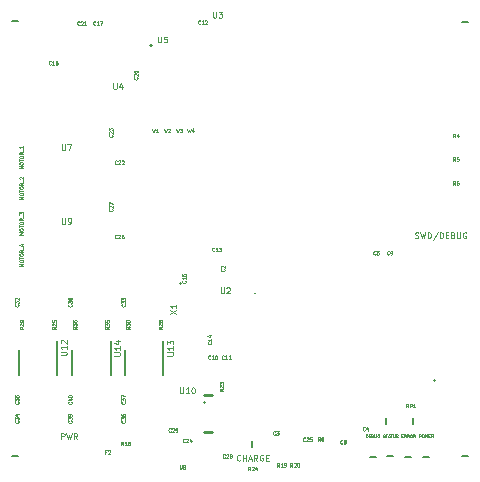
<source format=gto>
G04 #@! TF.FileFunction,Legend,Top*
%FSLAX46Y46*%
G04 Gerber Fmt 4.6, Leading zero omitted, Abs format (unit mm)*
G04 Created by KiCad (PCBNEW 4.1.0-alpha+201607160317+6981~46~ubuntu14.04.1-product) date Fri Jul 22 01:01:49 2016*
%MOMM*%
%LPD*%
G01*
G04 APERTURE LIST*
%ADD10C,0.100000*%
%ADD11C,0.250000*%
%ADD12C,0.150000*%
%ADD13C,0.050000*%
%ADD14C,0.125000*%
%ADD15C,0.075000*%
G04 APERTURE END LIST*
D10*
D11*
X132290000Y-98600000D02*
X132280000Y-98600000D01*
X153810000Y-106840000D02*
X153800000Y-106840000D01*
D12*
X151985000Y-110550000D02*
X151985000Y-110050000D01*
X149715000Y-110550000D02*
X149715000Y-110050000D01*
X138650000Y-99450000D02*
X138660000Y-99450000D01*
D11*
X129741000Y-78435000D02*
X129868000Y-78435000D01*
X134970000Y-111200000D02*
X134350000Y-111200000D01*
X134970000Y-108100000D02*
X134350000Y-108100000D01*
X134360000Y-108700000D02*
X134350000Y-108700000D01*
D12*
X118625000Y-104300000D02*
X118625000Y-106400000D01*
X121875000Y-103525000D02*
X121875000Y-106400000D01*
X127630000Y-104285000D02*
X127630000Y-106385000D01*
X130880000Y-103510000D02*
X130880000Y-106385000D01*
X123170000Y-104300000D02*
X123170000Y-106400000D01*
X126420000Y-103525000D02*
X126420000Y-106400000D01*
X156200000Y-76475000D02*
X156700000Y-76475000D01*
X118100000Y-76425000D02*
X118600000Y-76425000D01*
X156200000Y-113225700D02*
X156700000Y-113225700D01*
X138374300Y-112000000D02*
X138374300Y-112500000D01*
X118100000Y-113225700D02*
X118600000Y-113225700D01*
X152850000Y-113275000D02*
X153350000Y-113275000D01*
X149850000Y-113274300D02*
X150350000Y-113274300D01*
X148350000Y-113275000D02*
X148850000Y-113275000D01*
X151350000Y-113275000D02*
X151850000Y-113275000D01*
D10*
X131466190Y-101204761D02*
X131966190Y-100871428D01*
X131466190Y-100871428D02*
X131966190Y-101204761D01*
X131966190Y-100419047D02*
X131966190Y-100704761D01*
X131966190Y-100561904D02*
X131466190Y-100561904D01*
X131537619Y-100609523D01*
X131585238Y-100657142D01*
X131609047Y-100704761D01*
D13*
X136037142Y-97400000D02*
X136051428Y-97414285D01*
X136065714Y-97457142D01*
X136065714Y-97485714D01*
X136051428Y-97528571D01*
X136022857Y-97557142D01*
X135994285Y-97571428D01*
X135937142Y-97585714D01*
X135894285Y-97585714D01*
X135837142Y-97571428D01*
X135808571Y-97557142D01*
X135780000Y-97528571D01*
X135765714Y-97485714D01*
X135765714Y-97457142D01*
X135780000Y-97414285D01*
X135794285Y-97400000D01*
X135794285Y-97285714D02*
X135780000Y-97271428D01*
X135765714Y-97242857D01*
X135765714Y-97171428D01*
X135780000Y-97142857D01*
X135794285Y-97128571D01*
X135822857Y-97114285D01*
X135851428Y-97114285D01*
X135894285Y-97128571D01*
X136065714Y-97300000D01*
X136065714Y-97114285D01*
X140350000Y-111407142D02*
X140335714Y-111421428D01*
X140292857Y-111435714D01*
X140264285Y-111435714D01*
X140221428Y-111421428D01*
X140192857Y-111392857D01*
X140178571Y-111364285D01*
X140164285Y-111307142D01*
X140164285Y-111264285D01*
X140178571Y-111207142D01*
X140192857Y-111178571D01*
X140221428Y-111150000D01*
X140264285Y-111135714D01*
X140292857Y-111135714D01*
X140335714Y-111150000D01*
X140350000Y-111164285D01*
X140450000Y-111135714D02*
X140635714Y-111135714D01*
X140535714Y-111250000D01*
X140578571Y-111250000D01*
X140607142Y-111264285D01*
X140621428Y-111278571D01*
X140635714Y-111307142D01*
X140635714Y-111378571D01*
X140621428Y-111407142D01*
X140607142Y-111421428D01*
X140578571Y-111435714D01*
X140492857Y-111435714D01*
X140464285Y-111421428D01*
X140450000Y-111407142D01*
X147950000Y-111057142D02*
X147935714Y-111071428D01*
X147892857Y-111085714D01*
X147864285Y-111085714D01*
X147821428Y-111071428D01*
X147792857Y-111042857D01*
X147778571Y-111014285D01*
X147764285Y-110957142D01*
X147764285Y-110914285D01*
X147778571Y-110857142D01*
X147792857Y-110828571D01*
X147821428Y-110800000D01*
X147864285Y-110785714D01*
X147892857Y-110785714D01*
X147935714Y-110800000D01*
X147950000Y-110814285D01*
X148207142Y-110885714D02*
X148207142Y-111085714D01*
X148135714Y-110771428D02*
X148064285Y-110985714D01*
X148250000Y-110985714D01*
X148850000Y-96157142D02*
X148835714Y-96171428D01*
X148792857Y-96185714D01*
X148764285Y-96185714D01*
X148721428Y-96171428D01*
X148692857Y-96142857D01*
X148678571Y-96114285D01*
X148664285Y-96057142D01*
X148664285Y-96014285D01*
X148678571Y-95957142D01*
X148692857Y-95928571D01*
X148721428Y-95900000D01*
X148764285Y-95885714D01*
X148792857Y-95885714D01*
X148835714Y-95900000D01*
X148850000Y-95914285D01*
X149121428Y-95885714D02*
X148978571Y-95885714D01*
X148964285Y-96028571D01*
X148978571Y-96014285D01*
X149007142Y-96000000D01*
X149078571Y-96000000D01*
X149107142Y-96014285D01*
X149121428Y-96028571D01*
X149135714Y-96057142D01*
X149135714Y-96128571D01*
X149121428Y-96157142D01*
X149107142Y-96171428D01*
X149078571Y-96185714D01*
X149007142Y-96185714D01*
X148978571Y-96171428D01*
X148964285Y-96157142D01*
X146050000Y-112157142D02*
X146035714Y-112171428D01*
X145992857Y-112185714D01*
X145964285Y-112185714D01*
X145921428Y-112171428D01*
X145892857Y-112142857D01*
X145878571Y-112114285D01*
X145864285Y-112057142D01*
X145864285Y-112014285D01*
X145878571Y-111957142D01*
X145892857Y-111928571D01*
X145921428Y-111900000D01*
X145964285Y-111885714D01*
X145992857Y-111885714D01*
X146035714Y-111900000D01*
X146050000Y-111914285D01*
X146221428Y-112014285D02*
X146192857Y-112000000D01*
X146178571Y-111985714D01*
X146164285Y-111957142D01*
X146164285Y-111942857D01*
X146178571Y-111914285D01*
X146192857Y-111900000D01*
X146221428Y-111885714D01*
X146278571Y-111885714D01*
X146307142Y-111900000D01*
X146321428Y-111914285D01*
X146335714Y-111942857D01*
X146335714Y-111957142D01*
X146321428Y-111985714D01*
X146307142Y-112000000D01*
X146278571Y-112014285D01*
X146221428Y-112014285D01*
X146192857Y-112028571D01*
X146178571Y-112042857D01*
X146164285Y-112071428D01*
X146164285Y-112128571D01*
X146178571Y-112157142D01*
X146192857Y-112171428D01*
X146221428Y-112185714D01*
X146278571Y-112185714D01*
X146307142Y-112171428D01*
X146321428Y-112157142D01*
X146335714Y-112128571D01*
X146335714Y-112071428D01*
X146321428Y-112042857D01*
X146307142Y-112028571D01*
X146278571Y-112014285D01*
X150000000Y-96157142D02*
X149985714Y-96171428D01*
X149942857Y-96185714D01*
X149914285Y-96185714D01*
X149871428Y-96171428D01*
X149842857Y-96142857D01*
X149828571Y-96114285D01*
X149814285Y-96057142D01*
X149814285Y-96014285D01*
X149828571Y-95957142D01*
X149842857Y-95928571D01*
X149871428Y-95900000D01*
X149914285Y-95885714D01*
X149942857Y-95885714D01*
X149985714Y-95900000D01*
X150000000Y-95914285D01*
X150142857Y-96185714D02*
X150200000Y-96185714D01*
X150228571Y-96171428D01*
X150242857Y-96157142D01*
X150271428Y-96114285D01*
X150285714Y-96057142D01*
X150285714Y-95942857D01*
X150271428Y-95914285D01*
X150257142Y-95900000D01*
X150228571Y-95885714D01*
X150171428Y-95885714D01*
X150142857Y-95900000D01*
X150128571Y-95914285D01*
X150114285Y-95942857D01*
X150114285Y-96014285D01*
X150128571Y-96042857D01*
X150142857Y-96057142D01*
X150171428Y-96071428D01*
X150228571Y-96071428D01*
X150257142Y-96057142D01*
X150271428Y-96042857D01*
X150285714Y-96014285D01*
X134857142Y-104987142D02*
X134842857Y-105001428D01*
X134800000Y-105015714D01*
X134771428Y-105015714D01*
X134728571Y-105001428D01*
X134700000Y-104972857D01*
X134685714Y-104944285D01*
X134671428Y-104887142D01*
X134671428Y-104844285D01*
X134685714Y-104787142D01*
X134700000Y-104758571D01*
X134728571Y-104730000D01*
X134771428Y-104715714D01*
X134800000Y-104715714D01*
X134842857Y-104730000D01*
X134857142Y-104744285D01*
X135142857Y-105015714D02*
X134971428Y-105015714D01*
X135057142Y-105015714D02*
X135057142Y-104715714D01*
X135028571Y-104758571D01*
X135000000Y-104787142D01*
X134971428Y-104801428D01*
X135328571Y-104715714D02*
X135357142Y-104715714D01*
X135385714Y-104730000D01*
X135400000Y-104744285D01*
X135414285Y-104772857D01*
X135428571Y-104830000D01*
X135428571Y-104901428D01*
X135414285Y-104958571D01*
X135400000Y-104987142D01*
X135385714Y-105001428D01*
X135357142Y-105015714D01*
X135328571Y-105015714D01*
X135300000Y-105001428D01*
X135285714Y-104987142D01*
X135271428Y-104958571D01*
X135257142Y-104901428D01*
X135257142Y-104830000D01*
X135271428Y-104772857D01*
X135285714Y-104744285D01*
X135300000Y-104730000D01*
X135328571Y-104715714D01*
X136007142Y-104987142D02*
X135992857Y-105001428D01*
X135950000Y-105015714D01*
X135921428Y-105015714D01*
X135878571Y-105001428D01*
X135850000Y-104972857D01*
X135835714Y-104944285D01*
X135821428Y-104887142D01*
X135821428Y-104844285D01*
X135835714Y-104787142D01*
X135850000Y-104758571D01*
X135878571Y-104730000D01*
X135921428Y-104715714D01*
X135950000Y-104715714D01*
X135992857Y-104730000D01*
X136007142Y-104744285D01*
X136292857Y-105015714D02*
X136121428Y-105015714D01*
X136207142Y-105015714D02*
X136207142Y-104715714D01*
X136178571Y-104758571D01*
X136150000Y-104787142D01*
X136121428Y-104801428D01*
X136578571Y-105015714D02*
X136407142Y-105015714D01*
X136492857Y-105015714D02*
X136492857Y-104715714D01*
X136464285Y-104758571D01*
X136435714Y-104787142D01*
X136407142Y-104801428D01*
X134007142Y-76627142D02*
X133992857Y-76641428D01*
X133950000Y-76655714D01*
X133921428Y-76655714D01*
X133878571Y-76641428D01*
X133850000Y-76612857D01*
X133835714Y-76584285D01*
X133821428Y-76527142D01*
X133821428Y-76484285D01*
X133835714Y-76427142D01*
X133850000Y-76398571D01*
X133878571Y-76370000D01*
X133921428Y-76355714D01*
X133950000Y-76355714D01*
X133992857Y-76370000D01*
X134007142Y-76384285D01*
X134292857Y-76655714D02*
X134121428Y-76655714D01*
X134207142Y-76655714D02*
X134207142Y-76355714D01*
X134178571Y-76398571D01*
X134150000Y-76427142D01*
X134121428Y-76441428D01*
X134407142Y-76384285D02*
X134421428Y-76370000D01*
X134450000Y-76355714D01*
X134521428Y-76355714D01*
X134550000Y-76370000D01*
X134564285Y-76384285D01*
X134578571Y-76412857D01*
X134578571Y-76441428D01*
X134564285Y-76484285D01*
X134392857Y-76655714D01*
X134578571Y-76655714D01*
X134897142Y-103572857D02*
X134911428Y-103587142D01*
X134925714Y-103630000D01*
X134925714Y-103658571D01*
X134911428Y-103701428D01*
X134882857Y-103730000D01*
X134854285Y-103744285D01*
X134797142Y-103758571D01*
X134754285Y-103758571D01*
X134697142Y-103744285D01*
X134668571Y-103730000D01*
X134640000Y-103701428D01*
X134625714Y-103658571D01*
X134625714Y-103630000D01*
X134640000Y-103587142D01*
X134654285Y-103572857D01*
X134925714Y-103287142D02*
X134925714Y-103458571D01*
X134925714Y-103372857D02*
X134625714Y-103372857D01*
X134668571Y-103401428D01*
X134697142Y-103430000D01*
X134711428Y-103458571D01*
X134725714Y-103030000D02*
X134925714Y-103030000D01*
X134611428Y-103101428D02*
X134825714Y-103172857D01*
X134825714Y-102987142D01*
X132747142Y-98392857D02*
X132761428Y-98407142D01*
X132775714Y-98450000D01*
X132775714Y-98478571D01*
X132761428Y-98521428D01*
X132732857Y-98550000D01*
X132704285Y-98564285D01*
X132647142Y-98578571D01*
X132604285Y-98578571D01*
X132547142Y-98564285D01*
X132518571Y-98550000D01*
X132490000Y-98521428D01*
X132475714Y-98478571D01*
X132475714Y-98450000D01*
X132490000Y-98407142D01*
X132504285Y-98392857D01*
X132775714Y-98107142D02*
X132775714Y-98278571D01*
X132775714Y-98192857D02*
X132475714Y-98192857D01*
X132518571Y-98221428D01*
X132547142Y-98250000D01*
X132561428Y-98278571D01*
X132475714Y-97835714D02*
X132475714Y-97978571D01*
X132618571Y-97992857D01*
X132604285Y-97978571D01*
X132590000Y-97950000D01*
X132590000Y-97878571D01*
X132604285Y-97850000D01*
X132618571Y-97835714D01*
X132647142Y-97821428D01*
X132718571Y-97821428D01*
X132747142Y-97835714D01*
X132761428Y-97850000D01*
X132775714Y-97878571D01*
X132775714Y-97950000D01*
X132761428Y-97978571D01*
X132747142Y-97992857D01*
X121357142Y-80057142D02*
X121342857Y-80071428D01*
X121300000Y-80085714D01*
X121271428Y-80085714D01*
X121228571Y-80071428D01*
X121200000Y-80042857D01*
X121185714Y-80014285D01*
X121171428Y-79957142D01*
X121171428Y-79914285D01*
X121185714Y-79857142D01*
X121200000Y-79828571D01*
X121228571Y-79800000D01*
X121271428Y-79785714D01*
X121300000Y-79785714D01*
X121342857Y-79800000D01*
X121357142Y-79814285D01*
X121642857Y-80085714D02*
X121471428Y-80085714D01*
X121557142Y-80085714D02*
X121557142Y-79785714D01*
X121528571Y-79828571D01*
X121500000Y-79857142D01*
X121471428Y-79871428D01*
X121900000Y-79785714D02*
X121842857Y-79785714D01*
X121814285Y-79800000D01*
X121800000Y-79814285D01*
X121771428Y-79857142D01*
X121757142Y-79914285D01*
X121757142Y-80028571D01*
X121771428Y-80057142D01*
X121785714Y-80071428D01*
X121814285Y-80085714D01*
X121871428Y-80085714D01*
X121900000Y-80071428D01*
X121914285Y-80057142D01*
X121928571Y-80028571D01*
X121928571Y-79957142D01*
X121914285Y-79928571D01*
X121900000Y-79914285D01*
X121871428Y-79900000D01*
X121814285Y-79900000D01*
X121785714Y-79914285D01*
X121771428Y-79928571D01*
X121757142Y-79957142D01*
X125137142Y-76707142D02*
X125122857Y-76721428D01*
X125080000Y-76735714D01*
X125051428Y-76735714D01*
X125008571Y-76721428D01*
X124980000Y-76692857D01*
X124965714Y-76664285D01*
X124951428Y-76607142D01*
X124951428Y-76564285D01*
X124965714Y-76507142D01*
X124980000Y-76478571D01*
X125008571Y-76450000D01*
X125051428Y-76435714D01*
X125080000Y-76435714D01*
X125122857Y-76450000D01*
X125137142Y-76464285D01*
X125422857Y-76735714D02*
X125251428Y-76735714D01*
X125337142Y-76735714D02*
X125337142Y-76435714D01*
X125308571Y-76478571D01*
X125280000Y-76507142D01*
X125251428Y-76521428D01*
X125522857Y-76435714D02*
X125722857Y-76435714D01*
X125594285Y-76735714D01*
X128677142Y-81172857D02*
X128691428Y-81187142D01*
X128705714Y-81230000D01*
X128705714Y-81258571D01*
X128691428Y-81301428D01*
X128662857Y-81330000D01*
X128634285Y-81344285D01*
X128577142Y-81358571D01*
X128534285Y-81358571D01*
X128477142Y-81344285D01*
X128448571Y-81330000D01*
X128420000Y-81301428D01*
X128405714Y-81258571D01*
X128405714Y-81230000D01*
X128420000Y-81187142D01*
X128434285Y-81172857D01*
X128434285Y-81058571D02*
X128420000Y-81044285D01*
X128405714Y-81015714D01*
X128405714Y-80944285D01*
X128420000Y-80915714D01*
X128434285Y-80901428D01*
X128462857Y-80887142D01*
X128491428Y-80887142D01*
X128534285Y-80901428D01*
X128705714Y-81072857D01*
X128705714Y-80887142D01*
X128405714Y-80701428D02*
X128405714Y-80672857D01*
X128420000Y-80644285D01*
X128434285Y-80630000D01*
X128462857Y-80615714D01*
X128520000Y-80601428D01*
X128591428Y-80601428D01*
X128648571Y-80615714D01*
X128677142Y-80630000D01*
X128691428Y-80644285D01*
X128705714Y-80672857D01*
X128705714Y-80701428D01*
X128691428Y-80730000D01*
X128677142Y-80744285D01*
X128648571Y-80758571D01*
X128591428Y-80772857D01*
X128520000Y-80772857D01*
X128462857Y-80758571D01*
X128434285Y-80744285D01*
X128420000Y-80730000D01*
X128405714Y-80701428D01*
X123787142Y-76707142D02*
X123772857Y-76721428D01*
X123730000Y-76735714D01*
X123701428Y-76735714D01*
X123658571Y-76721428D01*
X123630000Y-76692857D01*
X123615714Y-76664285D01*
X123601428Y-76607142D01*
X123601428Y-76564285D01*
X123615714Y-76507142D01*
X123630000Y-76478571D01*
X123658571Y-76450000D01*
X123701428Y-76435714D01*
X123730000Y-76435714D01*
X123772857Y-76450000D01*
X123787142Y-76464285D01*
X123901428Y-76464285D02*
X123915714Y-76450000D01*
X123944285Y-76435714D01*
X124015714Y-76435714D01*
X124044285Y-76450000D01*
X124058571Y-76464285D01*
X124072857Y-76492857D01*
X124072857Y-76521428D01*
X124058571Y-76564285D01*
X123887142Y-76735714D01*
X124072857Y-76735714D01*
X124358571Y-76735714D02*
X124187142Y-76735714D01*
X124272857Y-76735714D02*
X124272857Y-76435714D01*
X124244285Y-76478571D01*
X124215714Y-76507142D01*
X124187142Y-76521428D01*
X126957142Y-88477142D02*
X126942857Y-88491428D01*
X126900000Y-88505714D01*
X126871428Y-88505714D01*
X126828571Y-88491428D01*
X126800000Y-88462857D01*
X126785714Y-88434285D01*
X126771428Y-88377142D01*
X126771428Y-88334285D01*
X126785714Y-88277142D01*
X126800000Y-88248571D01*
X126828571Y-88220000D01*
X126871428Y-88205714D01*
X126900000Y-88205714D01*
X126942857Y-88220000D01*
X126957142Y-88234285D01*
X127071428Y-88234285D02*
X127085714Y-88220000D01*
X127114285Y-88205714D01*
X127185714Y-88205714D01*
X127214285Y-88220000D01*
X127228571Y-88234285D01*
X127242857Y-88262857D01*
X127242857Y-88291428D01*
X127228571Y-88334285D01*
X127057142Y-88505714D01*
X127242857Y-88505714D01*
X127357142Y-88234285D02*
X127371428Y-88220000D01*
X127400000Y-88205714D01*
X127471428Y-88205714D01*
X127500000Y-88220000D01*
X127514285Y-88234285D01*
X127528571Y-88262857D01*
X127528571Y-88291428D01*
X127514285Y-88334285D01*
X127342857Y-88505714D01*
X127528571Y-88505714D01*
X132707142Y-112037142D02*
X132692857Y-112051428D01*
X132650000Y-112065714D01*
X132621428Y-112065714D01*
X132578571Y-112051428D01*
X132550000Y-112022857D01*
X132535714Y-111994285D01*
X132521428Y-111937142D01*
X132521428Y-111894285D01*
X132535714Y-111837142D01*
X132550000Y-111808571D01*
X132578571Y-111780000D01*
X132621428Y-111765714D01*
X132650000Y-111765714D01*
X132692857Y-111780000D01*
X132707142Y-111794285D01*
X132821428Y-111794285D02*
X132835714Y-111780000D01*
X132864285Y-111765714D01*
X132935714Y-111765714D01*
X132964285Y-111780000D01*
X132978571Y-111794285D01*
X132992857Y-111822857D01*
X132992857Y-111851428D01*
X132978571Y-111894285D01*
X132807142Y-112065714D01*
X132992857Y-112065714D01*
X133250000Y-111865714D02*
X133250000Y-112065714D01*
X133178571Y-111751428D02*
X133107142Y-111965714D01*
X133292857Y-111965714D01*
X142897142Y-111937142D02*
X142882857Y-111951428D01*
X142840000Y-111965714D01*
X142811428Y-111965714D01*
X142768571Y-111951428D01*
X142740000Y-111922857D01*
X142725714Y-111894285D01*
X142711428Y-111837142D01*
X142711428Y-111794285D01*
X142725714Y-111737142D01*
X142740000Y-111708571D01*
X142768571Y-111680000D01*
X142811428Y-111665714D01*
X142840000Y-111665714D01*
X142882857Y-111680000D01*
X142897142Y-111694285D01*
X143011428Y-111694285D02*
X143025714Y-111680000D01*
X143054285Y-111665714D01*
X143125714Y-111665714D01*
X143154285Y-111680000D01*
X143168571Y-111694285D01*
X143182857Y-111722857D01*
X143182857Y-111751428D01*
X143168571Y-111794285D01*
X142997142Y-111965714D01*
X143182857Y-111965714D01*
X143454285Y-111665714D02*
X143311428Y-111665714D01*
X143297142Y-111808571D01*
X143311428Y-111794285D01*
X143340000Y-111780000D01*
X143411428Y-111780000D01*
X143440000Y-111794285D01*
X143454285Y-111808571D01*
X143468571Y-111837142D01*
X143468571Y-111908571D01*
X143454285Y-111937142D01*
X143440000Y-111951428D01*
X143411428Y-111965714D01*
X143340000Y-111965714D01*
X143311428Y-111951428D01*
X143297142Y-111937142D01*
X126957142Y-94787142D02*
X126942857Y-94801428D01*
X126900000Y-94815714D01*
X126871428Y-94815714D01*
X126828571Y-94801428D01*
X126800000Y-94772857D01*
X126785714Y-94744285D01*
X126771428Y-94687142D01*
X126771428Y-94644285D01*
X126785714Y-94587142D01*
X126800000Y-94558571D01*
X126828571Y-94530000D01*
X126871428Y-94515714D01*
X126900000Y-94515714D01*
X126942857Y-94530000D01*
X126957142Y-94544285D01*
X127071428Y-94544285D02*
X127085714Y-94530000D01*
X127114285Y-94515714D01*
X127185714Y-94515714D01*
X127214285Y-94530000D01*
X127228571Y-94544285D01*
X127242857Y-94572857D01*
X127242857Y-94601428D01*
X127228571Y-94644285D01*
X127057142Y-94815714D01*
X127242857Y-94815714D01*
X127500000Y-94515714D02*
X127442857Y-94515714D01*
X127414285Y-94530000D01*
X127400000Y-94544285D01*
X127371428Y-94587142D01*
X127357142Y-94644285D01*
X127357142Y-94758571D01*
X127371428Y-94787142D01*
X127385714Y-94801428D01*
X127414285Y-94815714D01*
X127471428Y-94815714D01*
X127500000Y-94801428D01*
X127514285Y-94787142D01*
X127528571Y-94758571D01*
X127528571Y-94687142D01*
X127514285Y-94658571D01*
X127500000Y-94644285D01*
X127471428Y-94630000D01*
X127414285Y-94630000D01*
X127385714Y-94644285D01*
X127371428Y-94658571D01*
X127357142Y-94687142D01*
X136107142Y-113357142D02*
X136092857Y-113371428D01*
X136050000Y-113385714D01*
X136021428Y-113385714D01*
X135978571Y-113371428D01*
X135950000Y-113342857D01*
X135935714Y-113314285D01*
X135921428Y-113257142D01*
X135921428Y-113214285D01*
X135935714Y-113157142D01*
X135950000Y-113128571D01*
X135978571Y-113100000D01*
X136021428Y-113085714D01*
X136050000Y-113085714D01*
X136092857Y-113100000D01*
X136107142Y-113114285D01*
X136221428Y-113114285D02*
X136235714Y-113100000D01*
X136264285Y-113085714D01*
X136335714Y-113085714D01*
X136364285Y-113100000D01*
X136378571Y-113114285D01*
X136392857Y-113142857D01*
X136392857Y-113171428D01*
X136378571Y-113214285D01*
X136207142Y-113385714D01*
X136392857Y-113385714D01*
X136564285Y-113214285D02*
X136535714Y-113200000D01*
X136521428Y-113185714D01*
X136507142Y-113157142D01*
X136507142Y-113142857D01*
X136521428Y-113114285D01*
X136535714Y-113100000D01*
X136564285Y-113085714D01*
X136621428Y-113085714D01*
X136650000Y-113100000D01*
X136664285Y-113114285D01*
X136678571Y-113142857D01*
X136678571Y-113157142D01*
X136664285Y-113185714D01*
X136650000Y-113200000D01*
X136621428Y-113214285D01*
X136564285Y-113214285D01*
X136535714Y-113228571D01*
X136521428Y-113242857D01*
X136507142Y-113271428D01*
X136507142Y-113328571D01*
X136521428Y-113357142D01*
X136535714Y-113371428D01*
X136564285Y-113385714D01*
X136621428Y-113385714D01*
X136650000Y-113371428D01*
X136664285Y-113357142D01*
X136678571Y-113328571D01*
X136678571Y-113271428D01*
X136664285Y-113242857D01*
X136650000Y-113228571D01*
X136621428Y-113214285D01*
X131507142Y-111157142D02*
X131492857Y-111171428D01*
X131450000Y-111185714D01*
X131421428Y-111185714D01*
X131378571Y-111171428D01*
X131350000Y-111142857D01*
X131335714Y-111114285D01*
X131321428Y-111057142D01*
X131321428Y-111014285D01*
X131335714Y-110957142D01*
X131350000Y-110928571D01*
X131378571Y-110900000D01*
X131421428Y-110885714D01*
X131450000Y-110885714D01*
X131492857Y-110900000D01*
X131507142Y-110914285D01*
X131621428Y-110914285D02*
X131635714Y-110900000D01*
X131664285Y-110885714D01*
X131735714Y-110885714D01*
X131764285Y-110900000D01*
X131778571Y-110914285D01*
X131792857Y-110942857D01*
X131792857Y-110971428D01*
X131778571Y-111014285D01*
X131607142Y-111185714D01*
X131792857Y-111185714D01*
X131935714Y-111185714D02*
X131992857Y-111185714D01*
X132021428Y-111171428D01*
X132035714Y-111157142D01*
X132064285Y-111114285D01*
X132078571Y-111057142D01*
X132078571Y-110942857D01*
X132064285Y-110914285D01*
X132050000Y-110900000D01*
X132021428Y-110885714D01*
X131964285Y-110885714D01*
X131935714Y-110900000D01*
X131921428Y-110914285D01*
X131907142Y-110942857D01*
X131907142Y-111014285D01*
X131921428Y-111042857D01*
X131935714Y-111057142D01*
X131964285Y-111071428D01*
X132021428Y-111071428D01*
X132050000Y-111057142D01*
X132064285Y-111042857D01*
X132078571Y-111014285D01*
D14*
X152191428Y-94762380D02*
X152262857Y-94786190D01*
X152381904Y-94786190D01*
X152429523Y-94762380D01*
X152453333Y-94738571D01*
X152477142Y-94690952D01*
X152477142Y-94643333D01*
X152453333Y-94595714D01*
X152429523Y-94571904D01*
X152381904Y-94548095D01*
X152286666Y-94524285D01*
X152239047Y-94500476D01*
X152215238Y-94476666D01*
X152191428Y-94429047D01*
X152191428Y-94381428D01*
X152215238Y-94333809D01*
X152239047Y-94310000D01*
X152286666Y-94286190D01*
X152405714Y-94286190D01*
X152477142Y-94310000D01*
X152643809Y-94286190D02*
X152762857Y-94786190D01*
X152858095Y-94429047D01*
X152953333Y-94786190D01*
X153072380Y-94286190D01*
X153262857Y-94786190D02*
X153262857Y-94286190D01*
X153381904Y-94286190D01*
X153453333Y-94310000D01*
X153500952Y-94357619D01*
X153524761Y-94405238D01*
X153548571Y-94500476D01*
X153548571Y-94571904D01*
X153524761Y-94667142D01*
X153500952Y-94714761D01*
X153453333Y-94762380D01*
X153381904Y-94786190D01*
X153262857Y-94786190D01*
X154120000Y-94262380D02*
X153691428Y-94905238D01*
X154286666Y-94786190D02*
X154286666Y-94286190D01*
X154405714Y-94286190D01*
X154477142Y-94310000D01*
X154524761Y-94357619D01*
X154548571Y-94405238D01*
X154572380Y-94500476D01*
X154572380Y-94571904D01*
X154548571Y-94667142D01*
X154524761Y-94714761D01*
X154477142Y-94762380D01*
X154405714Y-94786190D01*
X154286666Y-94786190D01*
X154786666Y-94524285D02*
X154953333Y-94524285D01*
X155024761Y-94786190D02*
X154786666Y-94786190D01*
X154786666Y-94286190D01*
X155024761Y-94286190D01*
X155405714Y-94524285D02*
X155477142Y-94548095D01*
X155500952Y-94571904D01*
X155524761Y-94619523D01*
X155524761Y-94690952D01*
X155500952Y-94738571D01*
X155477142Y-94762380D01*
X155429523Y-94786190D01*
X155239047Y-94786190D01*
X155239047Y-94286190D01*
X155405714Y-94286190D01*
X155453333Y-94310000D01*
X155477142Y-94333809D01*
X155500952Y-94381428D01*
X155500952Y-94429047D01*
X155477142Y-94476666D01*
X155453333Y-94500476D01*
X155405714Y-94524285D01*
X155239047Y-94524285D01*
X155739047Y-94286190D02*
X155739047Y-94690952D01*
X155762857Y-94738571D01*
X155786666Y-94762380D01*
X155834285Y-94786190D01*
X155929523Y-94786190D01*
X155977142Y-94762380D01*
X156000952Y-94738571D01*
X156024761Y-94690952D01*
X156024761Y-94286190D01*
X156524761Y-94310000D02*
X156477142Y-94286190D01*
X156405714Y-94286190D01*
X156334285Y-94310000D01*
X156286666Y-94357619D01*
X156262857Y-94405238D01*
X156239047Y-94500476D01*
X156239047Y-94571904D01*
X156262857Y-94667142D01*
X156286666Y-94714761D01*
X156334285Y-94762380D01*
X156405714Y-94786190D01*
X156453333Y-94786190D01*
X156524761Y-94762380D01*
X156548571Y-94738571D01*
X156548571Y-94571904D01*
X156453333Y-94571904D01*
D15*
X118995714Y-88885714D02*
X118695714Y-88885714D01*
X118910000Y-88785714D01*
X118695714Y-88685714D01*
X118995714Y-88685714D01*
X118695714Y-88485714D02*
X118695714Y-88428571D01*
X118710000Y-88400000D01*
X118738571Y-88371428D01*
X118795714Y-88357142D01*
X118895714Y-88357142D01*
X118952857Y-88371428D01*
X118981428Y-88400000D01*
X118995714Y-88428571D01*
X118995714Y-88485714D01*
X118981428Y-88514285D01*
X118952857Y-88542857D01*
X118895714Y-88557142D01*
X118795714Y-88557142D01*
X118738571Y-88542857D01*
X118710000Y-88514285D01*
X118695714Y-88485714D01*
X118695714Y-88271428D02*
X118695714Y-88100000D01*
X118995714Y-88185714D02*
X118695714Y-88185714D01*
X118695714Y-87942857D02*
X118695714Y-87885714D01*
X118710000Y-87857142D01*
X118738571Y-87828571D01*
X118795714Y-87814285D01*
X118895714Y-87814285D01*
X118952857Y-87828571D01*
X118981428Y-87857142D01*
X118995714Y-87885714D01*
X118995714Y-87942857D01*
X118981428Y-87971428D01*
X118952857Y-88000000D01*
X118895714Y-88014285D01*
X118795714Y-88014285D01*
X118738571Y-88000000D01*
X118710000Y-87971428D01*
X118695714Y-87942857D01*
X118995714Y-87514285D02*
X118852857Y-87614285D01*
X118995714Y-87685714D02*
X118695714Y-87685714D01*
X118695714Y-87571428D01*
X118710000Y-87542857D01*
X118724285Y-87528571D01*
X118752857Y-87514285D01*
X118795714Y-87514285D01*
X118824285Y-87528571D01*
X118838571Y-87542857D01*
X118852857Y-87571428D01*
X118852857Y-87685714D01*
X119024285Y-87457142D02*
X119024285Y-87228571D01*
X118995714Y-87000000D02*
X118995714Y-87171428D01*
X118995714Y-87085714D02*
X118695714Y-87085714D01*
X118738571Y-87114285D01*
X118767142Y-87142857D01*
X118781428Y-87171428D01*
D10*
X122233333Y-111816190D02*
X122233333Y-111316190D01*
X122423809Y-111316190D01*
X122471428Y-111340000D01*
X122495238Y-111363809D01*
X122519047Y-111411428D01*
X122519047Y-111482857D01*
X122495238Y-111530476D01*
X122471428Y-111554285D01*
X122423809Y-111578095D01*
X122233333Y-111578095D01*
X122685714Y-111316190D02*
X122804761Y-111816190D01*
X122900000Y-111459047D01*
X122995238Y-111816190D01*
X123114285Y-111316190D01*
X123590476Y-111816190D02*
X123423809Y-111578095D01*
X123304761Y-111816190D02*
X123304761Y-111316190D01*
X123495238Y-111316190D01*
X123542857Y-111340000D01*
X123566666Y-111363809D01*
X123590476Y-111411428D01*
X123590476Y-111482857D01*
X123566666Y-111530476D01*
X123542857Y-111554285D01*
X123495238Y-111578095D01*
X123304761Y-111578095D01*
D15*
X118995714Y-91485714D02*
X118695714Y-91485714D01*
X118910000Y-91385714D01*
X118695714Y-91285714D01*
X118995714Y-91285714D01*
X118695714Y-91085714D02*
X118695714Y-91028571D01*
X118710000Y-91000000D01*
X118738571Y-90971428D01*
X118795714Y-90957142D01*
X118895714Y-90957142D01*
X118952857Y-90971428D01*
X118981428Y-91000000D01*
X118995714Y-91028571D01*
X118995714Y-91085714D01*
X118981428Y-91114285D01*
X118952857Y-91142857D01*
X118895714Y-91157142D01*
X118795714Y-91157142D01*
X118738571Y-91142857D01*
X118710000Y-91114285D01*
X118695714Y-91085714D01*
X118695714Y-90871428D02*
X118695714Y-90700000D01*
X118995714Y-90785714D02*
X118695714Y-90785714D01*
X118695714Y-90542857D02*
X118695714Y-90485714D01*
X118710000Y-90457142D01*
X118738571Y-90428571D01*
X118795714Y-90414285D01*
X118895714Y-90414285D01*
X118952857Y-90428571D01*
X118981428Y-90457142D01*
X118995714Y-90485714D01*
X118995714Y-90542857D01*
X118981428Y-90571428D01*
X118952857Y-90600000D01*
X118895714Y-90614285D01*
X118795714Y-90614285D01*
X118738571Y-90600000D01*
X118710000Y-90571428D01*
X118695714Y-90542857D01*
X118995714Y-90114285D02*
X118852857Y-90214285D01*
X118995714Y-90285714D02*
X118695714Y-90285714D01*
X118695714Y-90171428D01*
X118710000Y-90142857D01*
X118724285Y-90128571D01*
X118752857Y-90114285D01*
X118795714Y-90114285D01*
X118824285Y-90128571D01*
X118838571Y-90142857D01*
X118852857Y-90171428D01*
X118852857Y-90285714D01*
X119024285Y-90057142D02*
X119024285Y-89828571D01*
X118724285Y-89771428D02*
X118710000Y-89757142D01*
X118695714Y-89728571D01*
X118695714Y-89657142D01*
X118710000Y-89628571D01*
X118724285Y-89614285D01*
X118752857Y-89600000D01*
X118781428Y-89600000D01*
X118824285Y-89614285D01*
X118995714Y-89785714D01*
X118995714Y-89600000D01*
X118995714Y-94485714D02*
X118695714Y-94485714D01*
X118910000Y-94385714D01*
X118695714Y-94285714D01*
X118995714Y-94285714D01*
X118695714Y-94085714D02*
X118695714Y-94028571D01*
X118710000Y-94000000D01*
X118738571Y-93971428D01*
X118795714Y-93957142D01*
X118895714Y-93957142D01*
X118952857Y-93971428D01*
X118981428Y-94000000D01*
X118995714Y-94028571D01*
X118995714Y-94085714D01*
X118981428Y-94114285D01*
X118952857Y-94142857D01*
X118895714Y-94157142D01*
X118795714Y-94157142D01*
X118738571Y-94142857D01*
X118710000Y-94114285D01*
X118695714Y-94085714D01*
X118695714Y-93871428D02*
X118695714Y-93700000D01*
X118995714Y-93785714D02*
X118695714Y-93785714D01*
X118695714Y-93542857D02*
X118695714Y-93485714D01*
X118710000Y-93457142D01*
X118738571Y-93428571D01*
X118795714Y-93414285D01*
X118895714Y-93414285D01*
X118952857Y-93428571D01*
X118981428Y-93457142D01*
X118995714Y-93485714D01*
X118995714Y-93542857D01*
X118981428Y-93571428D01*
X118952857Y-93600000D01*
X118895714Y-93614285D01*
X118795714Y-93614285D01*
X118738571Y-93600000D01*
X118710000Y-93571428D01*
X118695714Y-93542857D01*
X118995714Y-93114285D02*
X118852857Y-93214285D01*
X118995714Y-93285714D02*
X118695714Y-93285714D01*
X118695714Y-93171428D01*
X118710000Y-93142857D01*
X118724285Y-93128571D01*
X118752857Y-93114285D01*
X118795714Y-93114285D01*
X118824285Y-93128571D01*
X118838571Y-93142857D01*
X118852857Y-93171428D01*
X118852857Y-93285714D01*
X119024285Y-93057142D02*
X119024285Y-92828571D01*
X118695714Y-92785714D02*
X118695714Y-92600000D01*
X118810000Y-92700000D01*
X118810000Y-92657142D01*
X118824285Y-92628571D01*
X118838571Y-92614285D01*
X118867142Y-92600000D01*
X118938571Y-92600000D01*
X118967142Y-92614285D01*
X118981428Y-92628571D01*
X118995714Y-92657142D01*
X118995714Y-92742857D01*
X118981428Y-92771428D01*
X118967142Y-92785714D01*
X118995714Y-97150714D02*
X118695714Y-97150714D01*
X118910000Y-97050714D01*
X118695714Y-96950714D01*
X118995714Y-96950714D01*
X118695714Y-96750714D02*
X118695714Y-96693571D01*
X118710000Y-96665000D01*
X118738571Y-96636428D01*
X118795714Y-96622142D01*
X118895714Y-96622142D01*
X118952857Y-96636428D01*
X118981428Y-96665000D01*
X118995714Y-96693571D01*
X118995714Y-96750714D01*
X118981428Y-96779285D01*
X118952857Y-96807857D01*
X118895714Y-96822142D01*
X118795714Y-96822142D01*
X118738571Y-96807857D01*
X118710000Y-96779285D01*
X118695714Y-96750714D01*
X118695714Y-96536428D02*
X118695714Y-96365000D01*
X118995714Y-96450714D02*
X118695714Y-96450714D01*
X118695714Y-96207857D02*
X118695714Y-96150714D01*
X118710000Y-96122142D01*
X118738571Y-96093571D01*
X118795714Y-96079285D01*
X118895714Y-96079285D01*
X118952857Y-96093571D01*
X118981428Y-96122142D01*
X118995714Y-96150714D01*
X118995714Y-96207857D01*
X118981428Y-96236428D01*
X118952857Y-96265000D01*
X118895714Y-96279285D01*
X118795714Y-96279285D01*
X118738571Y-96265000D01*
X118710000Y-96236428D01*
X118695714Y-96207857D01*
X118995714Y-95779285D02*
X118852857Y-95879285D01*
X118995714Y-95950714D02*
X118695714Y-95950714D01*
X118695714Y-95836428D01*
X118710000Y-95807857D01*
X118724285Y-95793571D01*
X118752857Y-95779285D01*
X118795714Y-95779285D01*
X118824285Y-95793571D01*
X118838571Y-95807857D01*
X118852857Y-95836428D01*
X118852857Y-95950714D01*
X119024285Y-95722142D02*
X119024285Y-95493571D01*
X118795714Y-95293571D02*
X118995714Y-95293571D01*
X118681428Y-95365000D02*
X118895714Y-95436428D01*
X118895714Y-95250714D01*
D13*
X126050000Y-112888571D02*
X125950000Y-112888571D01*
X125950000Y-113045714D02*
X125950000Y-112745714D01*
X126092857Y-112745714D01*
X126192857Y-112774285D02*
X126207142Y-112760000D01*
X126235714Y-112745714D01*
X126307142Y-112745714D01*
X126335714Y-112760000D01*
X126350000Y-112774285D01*
X126364285Y-112802857D01*
X126364285Y-112831428D01*
X126350000Y-112874285D01*
X126178571Y-113045714D01*
X126364285Y-113045714D01*
X155610000Y-86245714D02*
X155510000Y-86102857D01*
X155438571Y-86245714D02*
X155438571Y-85945714D01*
X155552857Y-85945714D01*
X155581428Y-85960000D01*
X155595714Y-85974285D01*
X155610000Y-86002857D01*
X155610000Y-86045714D01*
X155595714Y-86074285D01*
X155581428Y-86088571D01*
X155552857Y-86102857D01*
X155438571Y-86102857D01*
X155867142Y-86045714D02*
X155867142Y-86245714D01*
X155795714Y-85931428D02*
X155724285Y-86145714D01*
X155910000Y-86145714D01*
X155600000Y-88255714D02*
X155500000Y-88112857D01*
X155428571Y-88255714D02*
X155428571Y-87955714D01*
X155542857Y-87955714D01*
X155571428Y-87970000D01*
X155585714Y-87984285D01*
X155600000Y-88012857D01*
X155600000Y-88055714D01*
X155585714Y-88084285D01*
X155571428Y-88098571D01*
X155542857Y-88112857D01*
X155428571Y-88112857D01*
X155871428Y-87955714D02*
X155728571Y-87955714D01*
X155714285Y-88098571D01*
X155728571Y-88084285D01*
X155757142Y-88070000D01*
X155828571Y-88070000D01*
X155857142Y-88084285D01*
X155871428Y-88098571D01*
X155885714Y-88127142D01*
X155885714Y-88198571D01*
X155871428Y-88227142D01*
X155857142Y-88241428D01*
X155828571Y-88255714D01*
X155757142Y-88255714D01*
X155728571Y-88241428D01*
X155714285Y-88227142D01*
X155610000Y-90265714D02*
X155510000Y-90122857D01*
X155438571Y-90265714D02*
X155438571Y-89965714D01*
X155552857Y-89965714D01*
X155581428Y-89980000D01*
X155595714Y-89994285D01*
X155610000Y-90022857D01*
X155610000Y-90065714D01*
X155595714Y-90094285D01*
X155581428Y-90108571D01*
X155552857Y-90122857D01*
X155438571Y-90122857D01*
X155867142Y-89965714D02*
X155810000Y-89965714D01*
X155781428Y-89980000D01*
X155767142Y-89994285D01*
X155738571Y-90037142D01*
X155724285Y-90094285D01*
X155724285Y-90208571D01*
X155738571Y-90237142D01*
X155752857Y-90251428D01*
X155781428Y-90265714D01*
X155838571Y-90265714D01*
X155867142Y-90251428D01*
X155881428Y-90237142D01*
X155895714Y-90208571D01*
X155895714Y-90137142D01*
X155881428Y-90108571D01*
X155867142Y-90094285D01*
X155838571Y-90080000D01*
X155781428Y-90080000D01*
X155752857Y-90094285D01*
X155738571Y-90108571D01*
X155724285Y-90137142D01*
X144150000Y-111935714D02*
X144050000Y-111792857D01*
X143978571Y-111935714D02*
X143978571Y-111635714D01*
X144092857Y-111635714D01*
X144121428Y-111650000D01*
X144135714Y-111664285D01*
X144150000Y-111692857D01*
X144150000Y-111735714D01*
X144135714Y-111764285D01*
X144121428Y-111778571D01*
X144092857Y-111792857D01*
X143978571Y-111792857D01*
X144321428Y-111764285D02*
X144292857Y-111750000D01*
X144278571Y-111735714D01*
X144264285Y-111707142D01*
X144264285Y-111692857D01*
X144278571Y-111664285D01*
X144292857Y-111650000D01*
X144321428Y-111635714D01*
X144378571Y-111635714D01*
X144407142Y-111650000D01*
X144421428Y-111664285D01*
X144435714Y-111692857D01*
X144435714Y-111707142D01*
X144421428Y-111735714D01*
X144407142Y-111750000D01*
X144378571Y-111764285D01*
X144321428Y-111764285D01*
X144292857Y-111778571D01*
X144278571Y-111792857D01*
X144264285Y-111821428D01*
X144264285Y-111878571D01*
X144278571Y-111907142D01*
X144292857Y-111921428D01*
X144321428Y-111935714D01*
X144378571Y-111935714D01*
X144407142Y-111921428D01*
X144421428Y-111907142D01*
X144435714Y-111878571D01*
X144435714Y-111821428D01*
X144421428Y-111792857D01*
X144407142Y-111778571D01*
X144378571Y-111764285D01*
X127497142Y-112315714D02*
X127397142Y-112172857D01*
X127325714Y-112315714D02*
X127325714Y-112015714D01*
X127440000Y-112015714D01*
X127468571Y-112030000D01*
X127482857Y-112044285D01*
X127497142Y-112072857D01*
X127497142Y-112115714D01*
X127482857Y-112144285D01*
X127468571Y-112158571D01*
X127440000Y-112172857D01*
X127325714Y-112172857D01*
X127782857Y-112315714D02*
X127611428Y-112315714D01*
X127697142Y-112315714D02*
X127697142Y-112015714D01*
X127668571Y-112058571D01*
X127640000Y-112087142D01*
X127611428Y-112101428D01*
X127954285Y-112144285D02*
X127925714Y-112130000D01*
X127911428Y-112115714D01*
X127897142Y-112087142D01*
X127897142Y-112072857D01*
X127911428Y-112044285D01*
X127925714Y-112030000D01*
X127954285Y-112015714D01*
X128011428Y-112015714D01*
X128040000Y-112030000D01*
X128054285Y-112044285D01*
X128068571Y-112072857D01*
X128068571Y-112087142D01*
X128054285Y-112115714D01*
X128040000Y-112130000D01*
X128011428Y-112144285D01*
X127954285Y-112144285D01*
X127925714Y-112158571D01*
X127911428Y-112172857D01*
X127897142Y-112201428D01*
X127897142Y-112258571D01*
X127911428Y-112287142D01*
X127925714Y-112301428D01*
X127954285Y-112315714D01*
X128011428Y-112315714D01*
X128040000Y-112301428D01*
X128054285Y-112287142D01*
X128068571Y-112258571D01*
X128068571Y-112201428D01*
X128054285Y-112172857D01*
X128040000Y-112158571D01*
X128011428Y-112144285D01*
X140707142Y-114135714D02*
X140607142Y-113992857D01*
X140535714Y-114135714D02*
X140535714Y-113835714D01*
X140650000Y-113835714D01*
X140678571Y-113850000D01*
X140692857Y-113864285D01*
X140707142Y-113892857D01*
X140707142Y-113935714D01*
X140692857Y-113964285D01*
X140678571Y-113978571D01*
X140650000Y-113992857D01*
X140535714Y-113992857D01*
X140992857Y-114135714D02*
X140821428Y-114135714D01*
X140907142Y-114135714D02*
X140907142Y-113835714D01*
X140878571Y-113878571D01*
X140850000Y-113907142D01*
X140821428Y-113921428D01*
X141135714Y-114135714D02*
X141192857Y-114135714D01*
X141221428Y-114121428D01*
X141235714Y-114107142D01*
X141264285Y-114064285D01*
X141278571Y-114007142D01*
X141278571Y-113892857D01*
X141264285Y-113864285D01*
X141250000Y-113850000D01*
X141221428Y-113835714D01*
X141164285Y-113835714D01*
X141135714Y-113850000D01*
X141121428Y-113864285D01*
X141107142Y-113892857D01*
X141107142Y-113964285D01*
X141121428Y-113992857D01*
X141135714Y-114007142D01*
X141164285Y-114021428D01*
X141221428Y-114021428D01*
X141250000Y-114007142D01*
X141264285Y-113992857D01*
X141278571Y-113964285D01*
X141807142Y-114135714D02*
X141707142Y-113992857D01*
X141635714Y-114135714D02*
X141635714Y-113835714D01*
X141750000Y-113835714D01*
X141778571Y-113850000D01*
X141792857Y-113864285D01*
X141807142Y-113892857D01*
X141807142Y-113935714D01*
X141792857Y-113964285D01*
X141778571Y-113978571D01*
X141750000Y-113992857D01*
X141635714Y-113992857D01*
X141921428Y-113864285D02*
X141935714Y-113850000D01*
X141964285Y-113835714D01*
X142035714Y-113835714D01*
X142064285Y-113850000D01*
X142078571Y-113864285D01*
X142092857Y-113892857D01*
X142092857Y-113921428D01*
X142078571Y-113964285D01*
X141907142Y-114135714D01*
X142092857Y-114135714D01*
X142278571Y-113835714D02*
X142307142Y-113835714D01*
X142335714Y-113850000D01*
X142350000Y-113864285D01*
X142364285Y-113892857D01*
X142378571Y-113950000D01*
X142378571Y-114021428D01*
X142364285Y-114078571D01*
X142350000Y-114107142D01*
X142335714Y-114121428D01*
X142307142Y-114135714D01*
X142278571Y-114135714D01*
X142250000Y-114121428D01*
X142235714Y-114107142D01*
X142221428Y-114078571D01*
X142207142Y-114021428D01*
X142207142Y-113950000D01*
X142221428Y-113892857D01*
X142235714Y-113864285D01*
X142250000Y-113850000D01*
X142278571Y-113835714D01*
X135945714Y-107542857D02*
X135802857Y-107642857D01*
X135945714Y-107714285D02*
X135645714Y-107714285D01*
X135645714Y-107600000D01*
X135660000Y-107571428D01*
X135674285Y-107557142D01*
X135702857Y-107542857D01*
X135745714Y-107542857D01*
X135774285Y-107557142D01*
X135788571Y-107571428D01*
X135802857Y-107600000D01*
X135802857Y-107714285D01*
X135674285Y-107428571D02*
X135660000Y-107414285D01*
X135645714Y-107385714D01*
X135645714Y-107314285D01*
X135660000Y-107285714D01*
X135674285Y-107271428D01*
X135702857Y-107257142D01*
X135731428Y-107257142D01*
X135774285Y-107271428D01*
X135945714Y-107442857D01*
X135945714Y-107257142D01*
X135645714Y-107157142D02*
X135645714Y-106971428D01*
X135760000Y-107071428D01*
X135760000Y-107028571D01*
X135774285Y-107000000D01*
X135788571Y-106985714D01*
X135817142Y-106971428D01*
X135888571Y-106971428D01*
X135917142Y-106985714D01*
X135931428Y-107000000D01*
X135945714Y-107028571D01*
X135945714Y-107114285D01*
X135931428Y-107142857D01*
X135917142Y-107157142D01*
X138257142Y-114435714D02*
X138157142Y-114292857D01*
X138085714Y-114435714D02*
X138085714Y-114135714D01*
X138200000Y-114135714D01*
X138228571Y-114150000D01*
X138242857Y-114164285D01*
X138257142Y-114192857D01*
X138257142Y-114235714D01*
X138242857Y-114264285D01*
X138228571Y-114278571D01*
X138200000Y-114292857D01*
X138085714Y-114292857D01*
X138371428Y-114164285D02*
X138385714Y-114150000D01*
X138414285Y-114135714D01*
X138485714Y-114135714D01*
X138514285Y-114150000D01*
X138528571Y-114164285D01*
X138542857Y-114192857D01*
X138542857Y-114221428D01*
X138528571Y-114264285D01*
X138357142Y-114435714D01*
X138542857Y-114435714D01*
X138800000Y-114235714D02*
X138800000Y-114435714D01*
X138728571Y-114121428D02*
X138657142Y-114335714D01*
X138842857Y-114335714D01*
X121785714Y-102292857D02*
X121642857Y-102392857D01*
X121785714Y-102464285D02*
X121485714Y-102464285D01*
X121485714Y-102350000D01*
X121500000Y-102321428D01*
X121514285Y-102307142D01*
X121542857Y-102292857D01*
X121585714Y-102292857D01*
X121614285Y-102307142D01*
X121628571Y-102321428D01*
X121642857Y-102350000D01*
X121642857Y-102464285D01*
X121514285Y-102178571D02*
X121500000Y-102164285D01*
X121485714Y-102135714D01*
X121485714Y-102064285D01*
X121500000Y-102035714D01*
X121514285Y-102021428D01*
X121542857Y-102007142D01*
X121571428Y-102007142D01*
X121614285Y-102021428D01*
X121785714Y-102192857D01*
X121785714Y-102007142D01*
X121485714Y-101735714D02*
X121485714Y-101878571D01*
X121628571Y-101892857D01*
X121614285Y-101878571D01*
X121600000Y-101850000D01*
X121600000Y-101778571D01*
X121614285Y-101750000D01*
X121628571Y-101735714D01*
X121657142Y-101721428D01*
X121728571Y-101721428D01*
X121757142Y-101735714D01*
X121771428Y-101750000D01*
X121785714Y-101778571D01*
X121785714Y-101850000D01*
X121771428Y-101878571D01*
X121757142Y-101892857D01*
X130785714Y-102292857D02*
X130642857Y-102392857D01*
X130785714Y-102464285D02*
X130485714Y-102464285D01*
X130485714Y-102350000D01*
X130500000Y-102321428D01*
X130514285Y-102307142D01*
X130542857Y-102292857D01*
X130585714Y-102292857D01*
X130614285Y-102307142D01*
X130628571Y-102321428D01*
X130642857Y-102350000D01*
X130642857Y-102464285D01*
X130514285Y-102178571D02*
X130500000Y-102164285D01*
X130485714Y-102135714D01*
X130485714Y-102064285D01*
X130500000Y-102035714D01*
X130514285Y-102021428D01*
X130542857Y-102007142D01*
X130571428Y-102007142D01*
X130614285Y-102021428D01*
X130785714Y-102192857D01*
X130785714Y-102007142D01*
X130485714Y-101750000D02*
X130485714Y-101807142D01*
X130500000Y-101835714D01*
X130514285Y-101850000D01*
X130557142Y-101878571D01*
X130614285Y-101892857D01*
X130728571Y-101892857D01*
X130757142Y-101878571D01*
X130771428Y-101864285D01*
X130785714Y-101835714D01*
X130785714Y-101778571D01*
X130771428Y-101750000D01*
X130757142Y-101735714D01*
X130728571Y-101721428D01*
X130657142Y-101721428D01*
X130628571Y-101735714D01*
X130614285Y-101750000D01*
X130600000Y-101778571D01*
X130600000Y-101835714D01*
X130614285Y-101864285D01*
X130628571Y-101878571D01*
X130657142Y-101892857D01*
X119035714Y-102292857D02*
X118892857Y-102392857D01*
X119035714Y-102464285D02*
X118735714Y-102464285D01*
X118735714Y-102350000D01*
X118750000Y-102321428D01*
X118764285Y-102307142D01*
X118792857Y-102292857D01*
X118835714Y-102292857D01*
X118864285Y-102307142D01*
X118878571Y-102321428D01*
X118892857Y-102350000D01*
X118892857Y-102464285D01*
X118764285Y-102178571D02*
X118750000Y-102164285D01*
X118735714Y-102135714D01*
X118735714Y-102064285D01*
X118750000Y-102035714D01*
X118764285Y-102021428D01*
X118792857Y-102007142D01*
X118821428Y-102007142D01*
X118864285Y-102021428D01*
X119035714Y-102192857D01*
X119035714Y-102007142D01*
X119035714Y-101864285D02*
X119035714Y-101807142D01*
X119021428Y-101778571D01*
X119007142Y-101764285D01*
X118964285Y-101735714D01*
X118907142Y-101721428D01*
X118792857Y-101721428D01*
X118764285Y-101735714D01*
X118750000Y-101750000D01*
X118735714Y-101778571D01*
X118735714Y-101835714D01*
X118750000Y-101864285D01*
X118764285Y-101878571D01*
X118792857Y-101892857D01*
X118864285Y-101892857D01*
X118892857Y-101878571D01*
X118907142Y-101864285D01*
X118921428Y-101835714D01*
X118921428Y-101778571D01*
X118907142Y-101750000D01*
X118892857Y-101735714D01*
X118864285Y-101721428D01*
X128035714Y-102292857D02*
X127892857Y-102392857D01*
X128035714Y-102464285D02*
X127735714Y-102464285D01*
X127735714Y-102350000D01*
X127750000Y-102321428D01*
X127764285Y-102307142D01*
X127792857Y-102292857D01*
X127835714Y-102292857D01*
X127864285Y-102307142D01*
X127878571Y-102321428D01*
X127892857Y-102350000D01*
X127892857Y-102464285D01*
X127735714Y-102192857D02*
X127735714Y-102007142D01*
X127850000Y-102107142D01*
X127850000Y-102064285D01*
X127864285Y-102035714D01*
X127878571Y-102021428D01*
X127907142Y-102007142D01*
X127978571Y-102007142D01*
X128007142Y-102021428D01*
X128021428Y-102035714D01*
X128035714Y-102064285D01*
X128035714Y-102150000D01*
X128021428Y-102178571D01*
X128007142Y-102192857D01*
X127735714Y-101821428D02*
X127735714Y-101792857D01*
X127750000Y-101764285D01*
X127764285Y-101750000D01*
X127792857Y-101735714D01*
X127850000Y-101721428D01*
X127921428Y-101721428D01*
X127978571Y-101735714D01*
X128007142Y-101750000D01*
X128021428Y-101764285D01*
X128035714Y-101792857D01*
X128035714Y-101821428D01*
X128021428Y-101850000D01*
X128007142Y-101864285D01*
X127978571Y-101878571D01*
X127921428Y-101892857D01*
X127850000Y-101892857D01*
X127792857Y-101878571D01*
X127764285Y-101864285D01*
X127750000Y-101850000D01*
X127735714Y-101821428D01*
X126285714Y-102292857D02*
X126142857Y-102392857D01*
X126285714Y-102464285D02*
X125985714Y-102464285D01*
X125985714Y-102350000D01*
X126000000Y-102321428D01*
X126014285Y-102307142D01*
X126042857Y-102292857D01*
X126085714Y-102292857D01*
X126114285Y-102307142D01*
X126128571Y-102321428D01*
X126142857Y-102350000D01*
X126142857Y-102464285D01*
X125985714Y-102192857D02*
X125985714Y-102007142D01*
X126100000Y-102107142D01*
X126100000Y-102064285D01*
X126114285Y-102035714D01*
X126128571Y-102021428D01*
X126157142Y-102007142D01*
X126228571Y-102007142D01*
X126257142Y-102021428D01*
X126271428Y-102035714D01*
X126285714Y-102064285D01*
X126285714Y-102150000D01*
X126271428Y-102178571D01*
X126257142Y-102192857D01*
X125985714Y-101735714D02*
X125985714Y-101878571D01*
X126128571Y-101892857D01*
X126114285Y-101878571D01*
X126100000Y-101850000D01*
X126100000Y-101778571D01*
X126114285Y-101750000D01*
X126128571Y-101735714D01*
X126157142Y-101721428D01*
X126228571Y-101721428D01*
X126257142Y-101735714D01*
X126271428Y-101750000D01*
X126285714Y-101778571D01*
X126285714Y-101850000D01*
X126271428Y-101878571D01*
X126257142Y-101892857D01*
X123535714Y-102292857D02*
X123392857Y-102392857D01*
X123535714Y-102464285D02*
X123235714Y-102464285D01*
X123235714Y-102350000D01*
X123250000Y-102321428D01*
X123264285Y-102307142D01*
X123292857Y-102292857D01*
X123335714Y-102292857D01*
X123364285Y-102307142D01*
X123378571Y-102321428D01*
X123392857Y-102350000D01*
X123392857Y-102464285D01*
X123235714Y-102192857D02*
X123235714Y-102007142D01*
X123350000Y-102107142D01*
X123350000Y-102064285D01*
X123364285Y-102035714D01*
X123378571Y-102021428D01*
X123407142Y-102007142D01*
X123478571Y-102007142D01*
X123507142Y-102021428D01*
X123521428Y-102035714D01*
X123535714Y-102064285D01*
X123535714Y-102150000D01*
X123521428Y-102178571D01*
X123507142Y-102192857D01*
X123235714Y-101750000D02*
X123235714Y-101807142D01*
X123250000Y-101835714D01*
X123264285Y-101850000D01*
X123307142Y-101878571D01*
X123364285Y-101892857D01*
X123478571Y-101892857D01*
X123507142Y-101878571D01*
X123521428Y-101864285D01*
X123535714Y-101835714D01*
X123535714Y-101778571D01*
X123521428Y-101750000D01*
X123507142Y-101735714D01*
X123478571Y-101721428D01*
X123407142Y-101721428D01*
X123378571Y-101735714D01*
X123364285Y-101750000D01*
X123350000Y-101778571D01*
X123350000Y-101835714D01*
X123364285Y-101864285D01*
X123378571Y-101878571D01*
X123407142Y-101892857D01*
X151640000Y-109115714D02*
X151540000Y-108972857D01*
X151468571Y-109115714D02*
X151468571Y-108815714D01*
X151582857Y-108815714D01*
X151611428Y-108830000D01*
X151625714Y-108844285D01*
X151640000Y-108872857D01*
X151640000Y-108915714D01*
X151625714Y-108944285D01*
X151611428Y-108958571D01*
X151582857Y-108972857D01*
X151468571Y-108972857D01*
X151768571Y-109115714D02*
X151768571Y-108815714D01*
X151882857Y-108815714D01*
X151911428Y-108830000D01*
X151925714Y-108844285D01*
X151940000Y-108872857D01*
X151940000Y-108915714D01*
X151925714Y-108944285D01*
X151911428Y-108958571D01*
X151882857Y-108972857D01*
X151768571Y-108972857D01*
X152225714Y-109115714D02*
X152054285Y-109115714D01*
X152140000Y-109115714D02*
X152140000Y-108815714D01*
X152111428Y-108858571D01*
X152082857Y-108887142D01*
X152054285Y-108901428D01*
D10*
X135729047Y-98946190D02*
X135729047Y-99350952D01*
X135752857Y-99398571D01*
X135776666Y-99422380D01*
X135824285Y-99446190D01*
X135919523Y-99446190D01*
X135967142Y-99422380D01*
X135990952Y-99398571D01*
X136014761Y-99350952D01*
X136014761Y-98946190D01*
X136229047Y-98993809D02*
X136252857Y-98970000D01*
X136300476Y-98946190D01*
X136419523Y-98946190D01*
X136467142Y-98970000D01*
X136490952Y-98993809D01*
X136514761Y-99041428D01*
X136514761Y-99089047D01*
X136490952Y-99160476D01*
X136205238Y-99446190D01*
X136514761Y-99446190D01*
X130439047Y-77716190D02*
X130439047Y-78120952D01*
X130462857Y-78168571D01*
X130486666Y-78192380D01*
X130534285Y-78216190D01*
X130629523Y-78216190D01*
X130677142Y-78192380D01*
X130700952Y-78168571D01*
X130724761Y-78120952D01*
X130724761Y-77716190D01*
X131200952Y-77716190D02*
X130962857Y-77716190D01*
X130939047Y-77954285D01*
X130962857Y-77930476D01*
X131010476Y-77906666D01*
X131129523Y-77906666D01*
X131177142Y-77930476D01*
X131200952Y-77954285D01*
X131224761Y-78001904D01*
X131224761Y-78120952D01*
X131200952Y-78168571D01*
X131177142Y-78192380D01*
X131129523Y-78216190D01*
X131010476Y-78216190D01*
X130962857Y-78192380D01*
X130939047Y-78168571D01*
X122289047Y-86856190D02*
X122289047Y-87260952D01*
X122312857Y-87308571D01*
X122336666Y-87332380D01*
X122384285Y-87356190D01*
X122479523Y-87356190D01*
X122527142Y-87332380D01*
X122550952Y-87308571D01*
X122574761Y-87260952D01*
X122574761Y-86856190D01*
X122765238Y-86856190D02*
X123098571Y-86856190D01*
X122884285Y-87356190D01*
D13*
X132261428Y-114005714D02*
X132261428Y-114248571D01*
X132275714Y-114277142D01*
X132290000Y-114291428D01*
X132318571Y-114305714D01*
X132375714Y-114305714D01*
X132404285Y-114291428D01*
X132418571Y-114277142D01*
X132432857Y-114248571D01*
X132432857Y-114005714D01*
X132618571Y-114134285D02*
X132590000Y-114120000D01*
X132575714Y-114105714D01*
X132561428Y-114077142D01*
X132561428Y-114062857D01*
X132575714Y-114034285D01*
X132590000Y-114020000D01*
X132618571Y-114005714D01*
X132675714Y-114005714D01*
X132704285Y-114020000D01*
X132718571Y-114034285D01*
X132732857Y-114062857D01*
X132732857Y-114077142D01*
X132718571Y-114105714D01*
X132704285Y-114120000D01*
X132675714Y-114134285D01*
X132618571Y-114134285D01*
X132590000Y-114148571D01*
X132575714Y-114162857D01*
X132561428Y-114191428D01*
X132561428Y-114248571D01*
X132575714Y-114277142D01*
X132590000Y-114291428D01*
X132618571Y-114305714D01*
X132675714Y-114305714D01*
X132704285Y-114291428D01*
X132718571Y-114277142D01*
X132732857Y-114248571D01*
X132732857Y-114191428D01*
X132718571Y-114162857D01*
X132704285Y-114148571D01*
X132675714Y-114134285D01*
D10*
X122299047Y-93086190D02*
X122299047Y-93490952D01*
X122322857Y-93538571D01*
X122346666Y-93562380D01*
X122394285Y-93586190D01*
X122489523Y-93586190D01*
X122537142Y-93562380D01*
X122560952Y-93538571D01*
X122584761Y-93490952D01*
X122584761Y-93086190D01*
X122846666Y-93586190D02*
X122941904Y-93586190D01*
X122989523Y-93562380D01*
X123013333Y-93538571D01*
X123060952Y-93467142D01*
X123084761Y-93371904D01*
X123084761Y-93181428D01*
X123060952Y-93133809D01*
X123037142Y-93110000D01*
X122989523Y-93086190D01*
X122894285Y-93086190D01*
X122846666Y-93110000D01*
X122822857Y-93133809D01*
X122799047Y-93181428D01*
X122799047Y-93300476D01*
X122822857Y-93348095D01*
X122846666Y-93371904D01*
X122894285Y-93395714D01*
X122989523Y-93395714D01*
X123037142Y-93371904D01*
X123060952Y-93348095D01*
X123084761Y-93300476D01*
X132290952Y-107426190D02*
X132290952Y-107830952D01*
X132314761Y-107878571D01*
X132338571Y-107902380D01*
X132386190Y-107926190D01*
X132481428Y-107926190D01*
X132529047Y-107902380D01*
X132552857Y-107878571D01*
X132576666Y-107830952D01*
X132576666Y-107426190D01*
X133076666Y-107926190D02*
X132790952Y-107926190D01*
X132933809Y-107926190D02*
X132933809Y-107426190D01*
X132886190Y-107497619D01*
X132838571Y-107545238D01*
X132790952Y-107569047D01*
X133386190Y-107426190D02*
X133433809Y-107426190D01*
X133481428Y-107450000D01*
X133505238Y-107473809D01*
X133529047Y-107521428D01*
X133552857Y-107616666D01*
X133552857Y-107735714D01*
X133529047Y-107830952D01*
X133505238Y-107878571D01*
X133481428Y-107902380D01*
X133433809Y-107926190D01*
X133386190Y-107926190D01*
X133338571Y-107902380D01*
X133314761Y-107878571D01*
X133290952Y-107830952D01*
X133267142Y-107735714D01*
X133267142Y-107616666D01*
X133290952Y-107521428D01*
X133314761Y-107473809D01*
X133338571Y-107450000D01*
X133386190Y-107426190D01*
X122186190Y-104679047D02*
X122590952Y-104679047D01*
X122638571Y-104655238D01*
X122662380Y-104631428D01*
X122686190Y-104583809D01*
X122686190Y-104488571D01*
X122662380Y-104440952D01*
X122638571Y-104417142D01*
X122590952Y-104393333D01*
X122186190Y-104393333D01*
X122686190Y-103893333D02*
X122686190Y-104179047D01*
X122686190Y-104036190D02*
X122186190Y-104036190D01*
X122257619Y-104083809D01*
X122305238Y-104131428D01*
X122329047Y-104179047D01*
X122233809Y-103702857D02*
X122210000Y-103679047D01*
X122186190Y-103631428D01*
X122186190Y-103512380D01*
X122210000Y-103464761D01*
X122233809Y-103440952D01*
X122281428Y-103417142D01*
X122329047Y-103417142D01*
X122400476Y-103440952D01*
X122686190Y-103726666D01*
X122686190Y-103417142D01*
X131216190Y-104729047D02*
X131620952Y-104729047D01*
X131668571Y-104705238D01*
X131692380Y-104681428D01*
X131716190Y-104633809D01*
X131716190Y-104538571D01*
X131692380Y-104490952D01*
X131668571Y-104467142D01*
X131620952Y-104443333D01*
X131216190Y-104443333D01*
X131716190Y-103943333D02*
X131716190Y-104229047D01*
X131716190Y-104086190D02*
X131216190Y-104086190D01*
X131287619Y-104133809D01*
X131335238Y-104181428D01*
X131359047Y-104229047D01*
X131216190Y-103776666D02*
X131216190Y-103467142D01*
X131406666Y-103633809D01*
X131406666Y-103562380D01*
X131430476Y-103514761D01*
X131454285Y-103490952D01*
X131501904Y-103467142D01*
X131620952Y-103467142D01*
X131668571Y-103490952D01*
X131692380Y-103514761D01*
X131716190Y-103562380D01*
X131716190Y-103705238D01*
X131692380Y-103752857D01*
X131668571Y-103776666D01*
X126736190Y-104739047D02*
X127140952Y-104739047D01*
X127188571Y-104715238D01*
X127212380Y-104691428D01*
X127236190Y-104643809D01*
X127236190Y-104548571D01*
X127212380Y-104500952D01*
X127188571Y-104477142D01*
X127140952Y-104453333D01*
X126736190Y-104453333D01*
X127236190Y-103953333D02*
X127236190Y-104239047D01*
X127236190Y-104096190D02*
X126736190Y-104096190D01*
X126807619Y-104143809D01*
X126855238Y-104191428D01*
X126879047Y-104239047D01*
X126902857Y-103524761D02*
X127236190Y-103524761D01*
X126712380Y-103643809D02*
X127069523Y-103762857D01*
X127069523Y-103453333D01*
X135089047Y-75616190D02*
X135089047Y-76020952D01*
X135112857Y-76068571D01*
X135136666Y-76092380D01*
X135184285Y-76116190D01*
X135279523Y-76116190D01*
X135327142Y-76092380D01*
X135350952Y-76068571D01*
X135374761Y-76020952D01*
X135374761Y-75616190D01*
X135565238Y-75616190D02*
X135874761Y-75616190D01*
X135708095Y-75806666D01*
X135779523Y-75806666D01*
X135827142Y-75830476D01*
X135850952Y-75854285D01*
X135874761Y-75901904D01*
X135874761Y-76020952D01*
X135850952Y-76068571D01*
X135827142Y-76092380D01*
X135779523Y-76116190D01*
X135636666Y-76116190D01*
X135589047Y-76092380D01*
X135565238Y-76068571D01*
D13*
X129928571Y-85505714D02*
X130000000Y-85805714D01*
X130057142Y-85591428D01*
X130114285Y-85805714D01*
X130185714Y-85505714D01*
X130457142Y-85805714D02*
X130285714Y-85805714D01*
X130371428Y-85805714D02*
X130371428Y-85505714D01*
X130342857Y-85548571D01*
X130314285Y-85577142D01*
X130285714Y-85591428D01*
X130928571Y-85505714D02*
X131000000Y-85805714D01*
X131057142Y-85591428D01*
X131114285Y-85805714D01*
X131185714Y-85505714D01*
X131285714Y-85534285D02*
X131300000Y-85520000D01*
X131328571Y-85505714D01*
X131400000Y-85505714D01*
X131428571Y-85520000D01*
X131442857Y-85534285D01*
X131457142Y-85562857D01*
X131457142Y-85591428D01*
X131442857Y-85634285D01*
X131271428Y-85805714D01*
X131457142Y-85805714D01*
X131928571Y-85505714D02*
X132000000Y-85805714D01*
X132057142Y-85591428D01*
X132114285Y-85805714D01*
X132185714Y-85505714D01*
X132271428Y-85505714D02*
X132457142Y-85505714D01*
X132357142Y-85620000D01*
X132400000Y-85620000D01*
X132428571Y-85634285D01*
X132442857Y-85648571D01*
X132457142Y-85677142D01*
X132457142Y-85748571D01*
X132442857Y-85777142D01*
X132428571Y-85791428D01*
X132400000Y-85805714D01*
X132314285Y-85805714D01*
X132285714Y-85791428D01*
X132271428Y-85777142D01*
X132928571Y-85505714D02*
X133000000Y-85805714D01*
X133057142Y-85591428D01*
X133114285Y-85805714D01*
X133185714Y-85505714D01*
X133428571Y-85605714D02*
X133428571Y-85805714D01*
X133357142Y-85491428D02*
X133285714Y-85705714D01*
X133471428Y-85705714D01*
D10*
X126649047Y-81676190D02*
X126649047Y-82080952D01*
X126672857Y-82128571D01*
X126696666Y-82152380D01*
X126744285Y-82176190D01*
X126839523Y-82176190D01*
X126887142Y-82152380D01*
X126910952Y-82128571D01*
X126934761Y-82080952D01*
X126934761Y-81676190D01*
X127387142Y-81842857D02*
X127387142Y-82176190D01*
X127268095Y-81652380D02*
X127149047Y-82009523D01*
X127458571Y-82009523D01*
X137401680Y-113578571D02*
X137377871Y-113602380D01*
X137306442Y-113626190D01*
X137258823Y-113626190D01*
X137187395Y-113602380D01*
X137139776Y-113554761D01*
X137115966Y-113507142D01*
X137092157Y-113411904D01*
X137092157Y-113340476D01*
X137115966Y-113245238D01*
X137139776Y-113197619D01*
X137187395Y-113150000D01*
X137258823Y-113126190D01*
X137306442Y-113126190D01*
X137377871Y-113150000D01*
X137401680Y-113173809D01*
X137615966Y-113626190D02*
X137615966Y-113126190D01*
X137615966Y-113364285D02*
X137901680Y-113364285D01*
X137901680Y-113626190D02*
X137901680Y-113126190D01*
X138115966Y-113483333D02*
X138354061Y-113483333D01*
X138068347Y-113626190D02*
X138235014Y-113126190D01*
X138401680Y-113626190D01*
X138854061Y-113626190D02*
X138687395Y-113388095D01*
X138568347Y-113626190D02*
X138568347Y-113126190D01*
X138758823Y-113126190D01*
X138806442Y-113150000D01*
X138830252Y-113173809D01*
X138854061Y-113221428D01*
X138854061Y-113292857D01*
X138830252Y-113340476D01*
X138806442Y-113364285D01*
X138758823Y-113388095D01*
X138568347Y-113388095D01*
X139330252Y-113150000D02*
X139282633Y-113126190D01*
X139211204Y-113126190D01*
X139139776Y-113150000D01*
X139092157Y-113197619D01*
X139068347Y-113245238D01*
X139044538Y-113340476D01*
X139044538Y-113411904D01*
X139068347Y-113507142D01*
X139092157Y-113554761D01*
X139139776Y-113602380D01*
X139211204Y-113626190D01*
X139258823Y-113626190D01*
X139330252Y-113602380D01*
X139354061Y-113578571D01*
X139354061Y-113411904D01*
X139258823Y-113411904D01*
X139568347Y-113364285D02*
X139735014Y-113364285D01*
X139806442Y-113626190D02*
X139568347Y-113626190D01*
X139568347Y-113126190D01*
X139806442Y-113126190D01*
D13*
X152532619Y-111643095D02*
X152532619Y-111393095D01*
X152627857Y-111393095D01*
X152651666Y-111405000D01*
X152663571Y-111416904D01*
X152675476Y-111440714D01*
X152675476Y-111476428D01*
X152663571Y-111500238D01*
X152651666Y-111512142D01*
X152627857Y-111524047D01*
X152532619Y-111524047D01*
X152830238Y-111393095D02*
X152877857Y-111393095D01*
X152901666Y-111405000D01*
X152925476Y-111428809D01*
X152937380Y-111476428D01*
X152937380Y-111559761D01*
X152925476Y-111607380D01*
X152901666Y-111631190D01*
X152877857Y-111643095D01*
X152830238Y-111643095D01*
X152806428Y-111631190D01*
X152782619Y-111607380D01*
X152770714Y-111559761D01*
X152770714Y-111476428D01*
X152782619Y-111428809D01*
X152806428Y-111405000D01*
X152830238Y-111393095D01*
X153020714Y-111393095D02*
X153080238Y-111643095D01*
X153127857Y-111464523D01*
X153175476Y-111643095D01*
X153235000Y-111393095D01*
X153330238Y-111512142D02*
X153413571Y-111512142D01*
X153449285Y-111643095D02*
X153330238Y-111643095D01*
X153330238Y-111393095D01*
X153449285Y-111393095D01*
X153699285Y-111643095D02*
X153615952Y-111524047D01*
X153556428Y-111643095D02*
X153556428Y-111393095D01*
X153651666Y-111393095D01*
X153675476Y-111405000D01*
X153687380Y-111416904D01*
X153699285Y-111440714D01*
X153699285Y-111476428D01*
X153687380Y-111500238D01*
X153675476Y-111512142D01*
X153651666Y-111524047D01*
X153556428Y-111524047D01*
X149480952Y-111641190D02*
X149516666Y-111653095D01*
X149576190Y-111653095D01*
X149600000Y-111641190D01*
X149611904Y-111629285D01*
X149623809Y-111605476D01*
X149623809Y-111581666D01*
X149611904Y-111557857D01*
X149600000Y-111545952D01*
X149576190Y-111534047D01*
X149528571Y-111522142D01*
X149504761Y-111510238D01*
X149492857Y-111498333D01*
X149480952Y-111474523D01*
X149480952Y-111450714D01*
X149492857Y-111426904D01*
X149504761Y-111415000D01*
X149528571Y-111403095D01*
X149588095Y-111403095D01*
X149623809Y-111415000D01*
X149695238Y-111403095D02*
X149838095Y-111403095D01*
X149766666Y-111653095D02*
X149766666Y-111403095D01*
X149909523Y-111581666D02*
X150028571Y-111581666D01*
X149885714Y-111653095D02*
X149969047Y-111403095D01*
X150052380Y-111653095D01*
X150100000Y-111403095D02*
X150242857Y-111403095D01*
X150171428Y-111653095D02*
X150171428Y-111403095D01*
X150326190Y-111403095D02*
X150326190Y-111605476D01*
X150338095Y-111629285D01*
X150350000Y-111641190D01*
X150373809Y-111653095D01*
X150421428Y-111653095D01*
X150445238Y-111641190D01*
X150457142Y-111629285D01*
X150469047Y-111605476D01*
X150469047Y-111403095D01*
X150576190Y-111641190D02*
X150611904Y-111653095D01*
X150671428Y-111653095D01*
X150695238Y-111641190D01*
X150707142Y-111629285D01*
X150719047Y-111605476D01*
X150719047Y-111581666D01*
X150707142Y-111557857D01*
X150695238Y-111545952D01*
X150671428Y-111534047D01*
X150623809Y-111522142D01*
X150600000Y-111510238D01*
X150588095Y-111498333D01*
X150576190Y-111474523D01*
X150576190Y-111450714D01*
X150588095Y-111426904D01*
X150600000Y-111415000D01*
X150623809Y-111403095D01*
X150683333Y-111403095D01*
X150719047Y-111415000D01*
X148030476Y-111653095D02*
X148030476Y-111403095D01*
X148090000Y-111403095D01*
X148125714Y-111415000D01*
X148149523Y-111438809D01*
X148161428Y-111462619D01*
X148173333Y-111510238D01*
X148173333Y-111545952D01*
X148161428Y-111593571D01*
X148149523Y-111617380D01*
X148125714Y-111641190D01*
X148090000Y-111653095D01*
X148030476Y-111653095D01*
X148280476Y-111522142D02*
X148363809Y-111522142D01*
X148399523Y-111653095D02*
X148280476Y-111653095D01*
X148280476Y-111403095D01*
X148399523Y-111403095D01*
X148590000Y-111522142D02*
X148625714Y-111534047D01*
X148637619Y-111545952D01*
X148649523Y-111569761D01*
X148649523Y-111605476D01*
X148637619Y-111629285D01*
X148625714Y-111641190D01*
X148601904Y-111653095D01*
X148506666Y-111653095D01*
X148506666Y-111403095D01*
X148590000Y-111403095D01*
X148613809Y-111415000D01*
X148625714Y-111426904D01*
X148637619Y-111450714D01*
X148637619Y-111474523D01*
X148625714Y-111498333D01*
X148613809Y-111510238D01*
X148590000Y-111522142D01*
X148506666Y-111522142D01*
X148756666Y-111403095D02*
X148756666Y-111605476D01*
X148768571Y-111629285D01*
X148780476Y-111641190D01*
X148804285Y-111653095D01*
X148851904Y-111653095D01*
X148875714Y-111641190D01*
X148887619Y-111629285D01*
X148899523Y-111605476D01*
X148899523Y-111403095D01*
X149149523Y-111415000D02*
X149125714Y-111403095D01*
X149090000Y-111403095D01*
X149054285Y-111415000D01*
X149030476Y-111438809D01*
X149018571Y-111462619D01*
X149006666Y-111510238D01*
X149006666Y-111545952D01*
X149018571Y-111593571D01*
X149030476Y-111617380D01*
X149054285Y-111641190D01*
X149090000Y-111653095D01*
X149113809Y-111653095D01*
X149149523Y-111641190D01*
X149161428Y-111629285D01*
X149161428Y-111545952D01*
X149113809Y-111545952D01*
X151040476Y-111522142D02*
X151123809Y-111522142D01*
X151159523Y-111653095D02*
X151040476Y-111653095D01*
X151040476Y-111403095D01*
X151159523Y-111403095D01*
X151409523Y-111653095D02*
X151326190Y-111534047D01*
X151266666Y-111653095D02*
X151266666Y-111403095D01*
X151361904Y-111403095D01*
X151385714Y-111415000D01*
X151397619Y-111426904D01*
X151409523Y-111450714D01*
X151409523Y-111486428D01*
X151397619Y-111510238D01*
X151385714Y-111522142D01*
X151361904Y-111534047D01*
X151266666Y-111534047D01*
X151659523Y-111653095D02*
X151576190Y-111534047D01*
X151516666Y-111653095D02*
X151516666Y-111403095D01*
X151611904Y-111403095D01*
X151635714Y-111415000D01*
X151647619Y-111426904D01*
X151659523Y-111450714D01*
X151659523Y-111486428D01*
X151647619Y-111510238D01*
X151635714Y-111522142D01*
X151611904Y-111534047D01*
X151516666Y-111534047D01*
X151814285Y-111403095D02*
X151861904Y-111403095D01*
X151885714Y-111415000D01*
X151909523Y-111438809D01*
X151921428Y-111486428D01*
X151921428Y-111569761D01*
X151909523Y-111617380D01*
X151885714Y-111641190D01*
X151861904Y-111653095D01*
X151814285Y-111653095D01*
X151790476Y-111641190D01*
X151766666Y-111617380D01*
X151754761Y-111569761D01*
X151754761Y-111486428D01*
X151766666Y-111438809D01*
X151790476Y-111415000D01*
X151814285Y-111403095D01*
X152171428Y-111653095D02*
X152088095Y-111534047D01*
X152028571Y-111653095D02*
X152028571Y-111403095D01*
X152123809Y-111403095D01*
X152147619Y-111415000D01*
X152159523Y-111426904D01*
X152171428Y-111450714D01*
X152171428Y-111486428D01*
X152159523Y-111510238D01*
X152147619Y-111522142D01*
X152123809Y-111534047D01*
X152028571Y-111534047D01*
X135207142Y-95857142D02*
X135192857Y-95871428D01*
X135150000Y-95885714D01*
X135121428Y-95885714D01*
X135078571Y-95871428D01*
X135050000Y-95842857D01*
X135035714Y-95814285D01*
X135021428Y-95757142D01*
X135021428Y-95714285D01*
X135035714Y-95657142D01*
X135050000Y-95628571D01*
X135078571Y-95600000D01*
X135121428Y-95585714D01*
X135150000Y-95585714D01*
X135192857Y-95600000D01*
X135207142Y-95614285D01*
X135492857Y-95885714D02*
X135321428Y-95885714D01*
X135407142Y-95885714D02*
X135407142Y-95585714D01*
X135378571Y-95628571D01*
X135350000Y-95657142D01*
X135321428Y-95671428D01*
X135592857Y-95585714D02*
X135778571Y-95585714D01*
X135678571Y-95700000D01*
X135721428Y-95700000D01*
X135750000Y-95714285D01*
X135764285Y-95728571D01*
X135778571Y-95757142D01*
X135778571Y-95828571D01*
X135764285Y-95857142D01*
X135750000Y-95871428D01*
X135721428Y-95885714D01*
X135635714Y-95885714D01*
X135607142Y-95871428D01*
X135592857Y-95857142D01*
X126557142Y-86042857D02*
X126571428Y-86057142D01*
X126585714Y-86100000D01*
X126585714Y-86128571D01*
X126571428Y-86171428D01*
X126542857Y-86200000D01*
X126514285Y-86214285D01*
X126457142Y-86228571D01*
X126414285Y-86228571D01*
X126357142Y-86214285D01*
X126328571Y-86200000D01*
X126300000Y-86171428D01*
X126285714Y-86128571D01*
X126285714Y-86100000D01*
X126300000Y-86057142D01*
X126314285Y-86042857D01*
X126314285Y-85928571D02*
X126300000Y-85914285D01*
X126285714Y-85885714D01*
X126285714Y-85814285D01*
X126300000Y-85785714D01*
X126314285Y-85771428D01*
X126342857Y-85757142D01*
X126371428Y-85757142D01*
X126414285Y-85771428D01*
X126585714Y-85942857D01*
X126585714Y-85757142D01*
X126285714Y-85657142D02*
X126285714Y-85471428D01*
X126400000Y-85571428D01*
X126400000Y-85528571D01*
X126414285Y-85500000D01*
X126428571Y-85485714D01*
X126457142Y-85471428D01*
X126528571Y-85471428D01*
X126557142Y-85485714D01*
X126571428Y-85500000D01*
X126585714Y-85528571D01*
X126585714Y-85614285D01*
X126571428Y-85642857D01*
X126557142Y-85657142D01*
X118607142Y-108642857D02*
X118621428Y-108657142D01*
X118635714Y-108700000D01*
X118635714Y-108728571D01*
X118621428Y-108771428D01*
X118592857Y-108800000D01*
X118564285Y-108814285D01*
X118507142Y-108828571D01*
X118464285Y-108828571D01*
X118407142Y-108814285D01*
X118378571Y-108800000D01*
X118350000Y-108771428D01*
X118335714Y-108728571D01*
X118335714Y-108700000D01*
X118350000Y-108657142D01*
X118364285Y-108642857D01*
X118335714Y-108542857D02*
X118335714Y-108357142D01*
X118450000Y-108457142D01*
X118450000Y-108414285D01*
X118464285Y-108385714D01*
X118478571Y-108371428D01*
X118507142Y-108357142D01*
X118578571Y-108357142D01*
X118607142Y-108371428D01*
X118621428Y-108385714D01*
X118635714Y-108414285D01*
X118635714Y-108500000D01*
X118621428Y-108528571D01*
X118607142Y-108542857D01*
X118335714Y-108085714D02*
X118335714Y-108228571D01*
X118478571Y-108242857D01*
X118464285Y-108228571D01*
X118450000Y-108200000D01*
X118450000Y-108128571D01*
X118464285Y-108100000D01*
X118478571Y-108085714D01*
X118507142Y-108071428D01*
X118578571Y-108071428D01*
X118607142Y-108085714D01*
X118621428Y-108100000D01*
X118635714Y-108128571D01*
X118635714Y-108200000D01*
X118621428Y-108228571D01*
X118607142Y-108242857D01*
X123107142Y-108642857D02*
X123121428Y-108657142D01*
X123135714Y-108700000D01*
X123135714Y-108728571D01*
X123121428Y-108771428D01*
X123092857Y-108800000D01*
X123064285Y-108814285D01*
X123007142Y-108828571D01*
X122964285Y-108828571D01*
X122907142Y-108814285D01*
X122878571Y-108800000D01*
X122850000Y-108771428D01*
X122835714Y-108728571D01*
X122835714Y-108700000D01*
X122850000Y-108657142D01*
X122864285Y-108642857D01*
X122935714Y-108385714D02*
X123135714Y-108385714D01*
X122821428Y-108457142D02*
X123035714Y-108528571D01*
X123035714Y-108342857D01*
X122835714Y-108171428D02*
X122835714Y-108142857D01*
X122850000Y-108114285D01*
X122864285Y-108100000D01*
X122892857Y-108085714D01*
X122950000Y-108071428D01*
X123021428Y-108071428D01*
X123078571Y-108085714D01*
X123107142Y-108100000D01*
X123121428Y-108114285D01*
X123135714Y-108142857D01*
X123135714Y-108171428D01*
X123121428Y-108200000D01*
X123107142Y-108214285D01*
X123078571Y-108228571D01*
X123021428Y-108242857D01*
X122950000Y-108242857D01*
X122892857Y-108228571D01*
X122864285Y-108214285D01*
X122850000Y-108200000D01*
X122835714Y-108171428D01*
X126557142Y-92342857D02*
X126571428Y-92357142D01*
X126585714Y-92400000D01*
X126585714Y-92428571D01*
X126571428Y-92471428D01*
X126542857Y-92500000D01*
X126514285Y-92514285D01*
X126457142Y-92528571D01*
X126414285Y-92528571D01*
X126357142Y-92514285D01*
X126328571Y-92500000D01*
X126300000Y-92471428D01*
X126285714Y-92428571D01*
X126285714Y-92400000D01*
X126300000Y-92357142D01*
X126314285Y-92342857D01*
X126314285Y-92228571D02*
X126300000Y-92214285D01*
X126285714Y-92185714D01*
X126285714Y-92114285D01*
X126300000Y-92085714D01*
X126314285Y-92071428D01*
X126342857Y-92057142D01*
X126371428Y-92057142D01*
X126414285Y-92071428D01*
X126585714Y-92242857D01*
X126585714Y-92057142D01*
X126285714Y-91957142D02*
X126285714Y-91757142D01*
X126585714Y-91885714D01*
X123107142Y-110242857D02*
X123121428Y-110257142D01*
X123135714Y-110300000D01*
X123135714Y-110328571D01*
X123121428Y-110371428D01*
X123092857Y-110400000D01*
X123064285Y-110414285D01*
X123007142Y-110428571D01*
X122964285Y-110428571D01*
X122907142Y-110414285D01*
X122878571Y-110400000D01*
X122850000Y-110371428D01*
X122835714Y-110328571D01*
X122835714Y-110300000D01*
X122850000Y-110257142D01*
X122864285Y-110242857D01*
X122835714Y-110142857D02*
X122835714Y-109957142D01*
X122950000Y-110057142D01*
X122950000Y-110014285D01*
X122964285Y-109985714D01*
X122978571Y-109971428D01*
X123007142Y-109957142D01*
X123078571Y-109957142D01*
X123107142Y-109971428D01*
X123121428Y-109985714D01*
X123135714Y-110014285D01*
X123135714Y-110100000D01*
X123121428Y-110128571D01*
X123107142Y-110142857D01*
X123135714Y-109814285D02*
X123135714Y-109757142D01*
X123121428Y-109728571D01*
X123107142Y-109714285D01*
X123064285Y-109685714D01*
X123007142Y-109671428D01*
X122892857Y-109671428D01*
X122864285Y-109685714D01*
X122850000Y-109700000D01*
X122835714Y-109728571D01*
X122835714Y-109785714D01*
X122850000Y-109814285D01*
X122864285Y-109828571D01*
X122892857Y-109842857D01*
X122964285Y-109842857D01*
X122992857Y-109828571D01*
X123007142Y-109814285D01*
X123021428Y-109785714D01*
X123021428Y-109728571D01*
X123007142Y-109700000D01*
X122992857Y-109685714D01*
X122964285Y-109671428D01*
X123107142Y-100392857D02*
X123121428Y-100407142D01*
X123135714Y-100450000D01*
X123135714Y-100478571D01*
X123121428Y-100521428D01*
X123092857Y-100550000D01*
X123064285Y-100564285D01*
X123007142Y-100578571D01*
X122964285Y-100578571D01*
X122907142Y-100564285D01*
X122878571Y-100550000D01*
X122850000Y-100521428D01*
X122835714Y-100478571D01*
X122835714Y-100450000D01*
X122850000Y-100407142D01*
X122864285Y-100392857D01*
X122835714Y-100292857D02*
X122835714Y-100107142D01*
X122950000Y-100207142D01*
X122950000Y-100164285D01*
X122964285Y-100135714D01*
X122978571Y-100121428D01*
X123007142Y-100107142D01*
X123078571Y-100107142D01*
X123107142Y-100121428D01*
X123121428Y-100135714D01*
X123135714Y-100164285D01*
X123135714Y-100250000D01*
X123121428Y-100278571D01*
X123107142Y-100292857D01*
X122964285Y-99935714D02*
X122950000Y-99964285D01*
X122935714Y-99978571D01*
X122907142Y-99992857D01*
X122892857Y-99992857D01*
X122864285Y-99978571D01*
X122850000Y-99964285D01*
X122835714Y-99935714D01*
X122835714Y-99878571D01*
X122850000Y-99850000D01*
X122864285Y-99835714D01*
X122892857Y-99821428D01*
X122907142Y-99821428D01*
X122935714Y-99835714D01*
X122950000Y-99850000D01*
X122964285Y-99878571D01*
X122964285Y-99935714D01*
X122978571Y-99964285D01*
X122992857Y-99978571D01*
X123021428Y-99992857D01*
X123078571Y-99992857D01*
X123107142Y-99978571D01*
X123121428Y-99964285D01*
X123135714Y-99935714D01*
X123135714Y-99878571D01*
X123121428Y-99850000D01*
X123107142Y-99835714D01*
X123078571Y-99821428D01*
X123021428Y-99821428D01*
X122992857Y-99835714D01*
X122978571Y-99850000D01*
X122964285Y-99878571D01*
X127607142Y-110242857D02*
X127621428Y-110257142D01*
X127635714Y-110300000D01*
X127635714Y-110328571D01*
X127621428Y-110371428D01*
X127592857Y-110400000D01*
X127564285Y-110414285D01*
X127507142Y-110428571D01*
X127464285Y-110428571D01*
X127407142Y-110414285D01*
X127378571Y-110400000D01*
X127350000Y-110371428D01*
X127335714Y-110328571D01*
X127335714Y-110300000D01*
X127350000Y-110257142D01*
X127364285Y-110242857D01*
X127335714Y-110142857D02*
X127335714Y-109957142D01*
X127450000Y-110057142D01*
X127450000Y-110014285D01*
X127464285Y-109985714D01*
X127478571Y-109971428D01*
X127507142Y-109957142D01*
X127578571Y-109957142D01*
X127607142Y-109971428D01*
X127621428Y-109985714D01*
X127635714Y-110014285D01*
X127635714Y-110100000D01*
X127621428Y-110128571D01*
X127607142Y-110142857D01*
X127335714Y-109700000D02*
X127335714Y-109757142D01*
X127350000Y-109785714D01*
X127364285Y-109800000D01*
X127407142Y-109828571D01*
X127464285Y-109842857D01*
X127578571Y-109842857D01*
X127607142Y-109828571D01*
X127621428Y-109814285D01*
X127635714Y-109785714D01*
X127635714Y-109728571D01*
X127621428Y-109700000D01*
X127607142Y-109685714D01*
X127578571Y-109671428D01*
X127507142Y-109671428D01*
X127478571Y-109685714D01*
X127464285Y-109700000D01*
X127450000Y-109728571D01*
X127450000Y-109785714D01*
X127464285Y-109814285D01*
X127478571Y-109828571D01*
X127507142Y-109842857D01*
X118607142Y-100392857D02*
X118621428Y-100407142D01*
X118635714Y-100450000D01*
X118635714Y-100478571D01*
X118621428Y-100521428D01*
X118592857Y-100550000D01*
X118564285Y-100564285D01*
X118507142Y-100578571D01*
X118464285Y-100578571D01*
X118407142Y-100564285D01*
X118378571Y-100550000D01*
X118350000Y-100521428D01*
X118335714Y-100478571D01*
X118335714Y-100450000D01*
X118350000Y-100407142D01*
X118364285Y-100392857D01*
X118335714Y-100292857D02*
X118335714Y-100107142D01*
X118450000Y-100207142D01*
X118450000Y-100164285D01*
X118464285Y-100135714D01*
X118478571Y-100121428D01*
X118507142Y-100107142D01*
X118578571Y-100107142D01*
X118607142Y-100121428D01*
X118621428Y-100135714D01*
X118635714Y-100164285D01*
X118635714Y-100250000D01*
X118621428Y-100278571D01*
X118607142Y-100292857D01*
X118364285Y-99992857D02*
X118350000Y-99978571D01*
X118335714Y-99950000D01*
X118335714Y-99878571D01*
X118350000Y-99850000D01*
X118364285Y-99835714D01*
X118392857Y-99821428D01*
X118421428Y-99821428D01*
X118464285Y-99835714D01*
X118635714Y-100007142D01*
X118635714Y-99821428D01*
X127607142Y-100392857D02*
X127621428Y-100407142D01*
X127635714Y-100450000D01*
X127635714Y-100478571D01*
X127621428Y-100521428D01*
X127592857Y-100550000D01*
X127564285Y-100564285D01*
X127507142Y-100578571D01*
X127464285Y-100578571D01*
X127407142Y-100564285D01*
X127378571Y-100550000D01*
X127350000Y-100521428D01*
X127335714Y-100478571D01*
X127335714Y-100450000D01*
X127350000Y-100407142D01*
X127364285Y-100392857D01*
X127335714Y-100292857D02*
X127335714Y-100107142D01*
X127450000Y-100207142D01*
X127450000Y-100164285D01*
X127464285Y-100135714D01*
X127478571Y-100121428D01*
X127507142Y-100107142D01*
X127578571Y-100107142D01*
X127607142Y-100121428D01*
X127621428Y-100135714D01*
X127635714Y-100164285D01*
X127635714Y-100250000D01*
X127621428Y-100278571D01*
X127607142Y-100292857D01*
X127335714Y-100007142D02*
X127335714Y-99821428D01*
X127450000Y-99921428D01*
X127450000Y-99878571D01*
X127464285Y-99850000D01*
X127478571Y-99835714D01*
X127507142Y-99821428D01*
X127578571Y-99821428D01*
X127607142Y-99835714D01*
X127621428Y-99850000D01*
X127635714Y-99878571D01*
X127635714Y-99964285D01*
X127621428Y-99992857D01*
X127607142Y-100007142D01*
X118607142Y-110242857D02*
X118621428Y-110257142D01*
X118635714Y-110300000D01*
X118635714Y-110328571D01*
X118621428Y-110371428D01*
X118592857Y-110400000D01*
X118564285Y-110414285D01*
X118507142Y-110428571D01*
X118464285Y-110428571D01*
X118407142Y-110414285D01*
X118378571Y-110400000D01*
X118350000Y-110371428D01*
X118335714Y-110328571D01*
X118335714Y-110300000D01*
X118350000Y-110257142D01*
X118364285Y-110242857D01*
X118335714Y-110142857D02*
X118335714Y-109957142D01*
X118450000Y-110057142D01*
X118450000Y-110014285D01*
X118464285Y-109985714D01*
X118478571Y-109971428D01*
X118507142Y-109957142D01*
X118578571Y-109957142D01*
X118607142Y-109971428D01*
X118621428Y-109985714D01*
X118635714Y-110014285D01*
X118635714Y-110100000D01*
X118621428Y-110128571D01*
X118607142Y-110142857D01*
X118435714Y-109700000D02*
X118635714Y-109700000D01*
X118321428Y-109771428D02*
X118535714Y-109842857D01*
X118535714Y-109657142D01*
X127607142Y-108642857D02*
X127621428Y-108657142D01*
X127635714Y-108700000D01*
X127635714Y-108728571D01*
X127621428Y-108771428D01*
X127592857Y-108800000D01*
X127564285Y-108814285D01*
X127507142Y-108828571D01*
X127464285Y-108828571D01*
X127407142Y-108814285D01*
X127378571Y-108800000D01*
X127350000Y-108771428D01*
X127335714Y-108728571D01*
X127335714Y-108700000D01*
X127350000Y-108657142D01*
X127364285Y-108642857D01*
X127335714Y-108542857D02*
X127335714Y-108357142D01*
X127450000Y-108457142D01*
X127450000Y-108414285D01*
X127464285Y-108385714D01*
X127478571Y-108371428D01*
X127507142Y-108357142D01*
X127578571Y-108357142D01*
X127607142Y-108371428D01*
X127621428Y-108385714D01*
X127635714Y-108414285D01*
X127635714Y-108500000D01*
X127621428Y-108528571D01*
X127607142Y-108542857D01*
X127335714Y-108257142D02*
X127335714Y-108057142D01*
X127635714Y-108185714D01*
M02*

</source>
